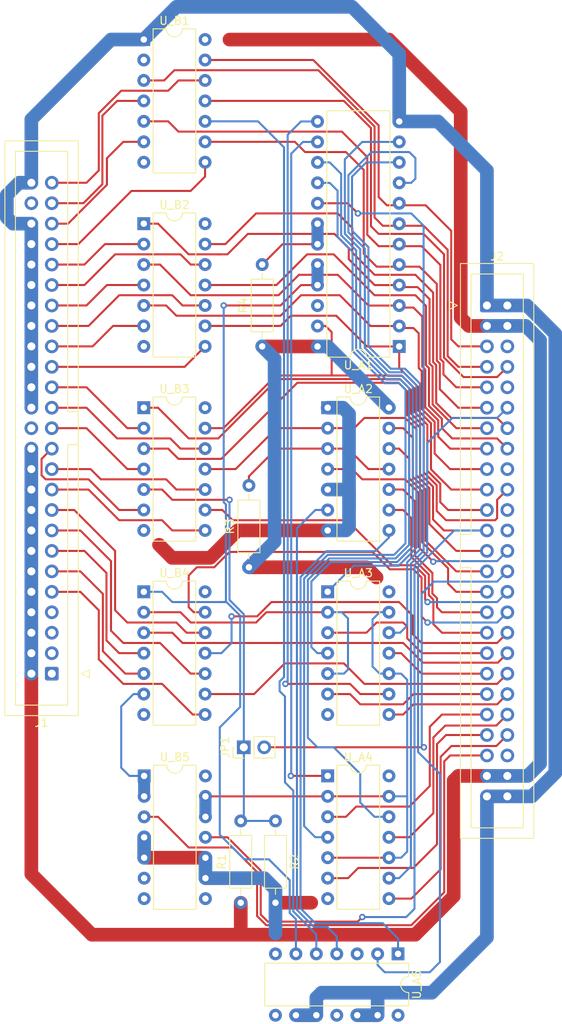
<source format=kicad_pcb>
(kicad_pcb (version 20211014) (generator pcbnew)
  (layers (0 "F.Cu" signal) (31 "B.Cu" signal) (34 "B.Paste" user) (35 "F.Paste" user) (36 "B.SilkS" user "B.Silkscreen") (37 "F.SilkS" user "F.Silkscreen") (38 "B.Mask" user) (39 "F.Mask" user) (44 "Edge.Cuts" user))
  (net 0 "")
  (net 1 "Net-(R4-Pad2)")
  (net 2 "Net-(U_B3-Pad5)")
  (net 3 "Net-(U_A2-Pad11)")
  (net 4 "/Sys.~{A_{7}}")
  (net 5 "/Sys.~{A_{6}}")
  (net 6 "/Sys.~{A_{5}}")
  (net 7 "/Sys.~{A_{4}}")
  (net 8 "/Sys.~{A_{3}}")
  (net 9 "/Sys.~{A_{2}}")
  (net 10 "/Sys.~{A_{1}}")
  (net 11 "/Sys.~{A_{0}}")
  (net 12 "Net-(U_A1-Pad9)")
  (net 13 "Net-(U_A1-Pad10)")
  (net 14 "Net-(U_A1-Pad11)")
  (net 15 "Net-(U_A1-Pad13)")
  (net 16 "Net-(U_A1-Pad14)")
  (net 17 "Net-(U_A1-Pad15)")
  (net 18 "Net-(U_A1-Pad16)")
  (net 19 "Net-(U_A1-Pad17)")
  (net 20 "Net-(U_A1-Pad20)")
  (net 21 "/Sys.~{A_{8}}")
  (net 22 "Net-(U_A3-Pad10)")
  (net 23 "/Sys.~{D_{0}}")
  (net 24 "/Sys.~{D_{2}}")
  (net 25 "/Sys.~{D_{3}}")
  (net 26 "/Sys.~{D_{1}}")
  (net 27 "/Sys.~{D_{4}}")
  (net 28 "/Sys.~{D_{6}}")
  (net 29 "/Sys.~{D_{7}}")
  (net 30 "/Sys.~{D_{5}}")
  (net 31 "Net-(U_A2-Pad8)")
  (net 32 "/Sys.~{A_{9}}")
  (net 33 "Net-(U_A2-Pad6)")
  (net 34 "Net-(U_A5-Pad5)")
  (net 37 "/A1")
  (net 38 "/A2")
  (net 39 "/A3")
  (net 40 "/Sys.~{RDIN}")
  (net 41 "/A0")
  (net 42 "/A4")
  (net 43 "/A5")
  (net 44 "/A6")
  (net 45 "/A7")
  (net 46 "/A12")
  (net 47 "/Sys.~{RA_{12}}")
  (net 48 "/A14")
  (net 49 "/Sys.~{RA_{11}}")
  (net 50 "/Sys.~{RA_{13}}")
  (net 51 "/A13")
  (net 52 "/A9")
  (net 53 "/A15")
  (net 54 "/CL0")
  (net 55 "/Sys.~{CPL_{0}}")
  (net 56 "/A10")
  (net 57 "/Sys.~{A_{10}}")
  (net 58 "/A8")
  (net 59 "/Sys.~{CPL_{3}}")
  (net 60 "/CL2")
  (net 61 "/~{ResetOut}")
  (net 62 "Net-(U_B4-Pad6)")
  (net 63 "/A11")
  (net 64 "/CL3")
  (net 65 "/Sys.~{CPL_{2}}")
  (net 66 "/CL1")
  (net 67 "/Sys.~{CPL_{1}}")
  (net 68 "/Sys.Reset")
  (net 71 "/Sys.~{DRDY}")
  (net 80 "/Sys.~{RA_{14}}")
  (net 84 "/Sys.~{PA_{11}}")
  (net 85 "/Sys.~{PA_{12}}")
  (net 86 "/Sys.~{RA_{15}}")
  (net 87 "/Sys.~{PA_{13}}")
  (net 88 "/Sys.~{PA_{14}}")
  (net 89 "/Sys.~{CA_{15}}")
  (net 91 "Gnd")
  (net 92 "Vcc")
  (footprint "Package_DIP:DIP-14_W7.62mm" (layer "F.Cu") (at 133.36 109.215)
    (fp_text reference "U_A3")
    (fp_text value "74LS38")
  )
  (footprint "Connector_IDC:IDC-Header_2x25_P2.54mm_Vertical" (layer "F.Cu") (at 99.06 119.38 180)
    (fp_text reference "J1")
    (fp_text value "Front panel")
  )
  (footprint "Package_DIP:DIP-14_W7.62mm" (layer "F.Cu") (at 110.545 132.08)
    (fp_text reference "U_B5")
    (fp_text value "74LS38")
  )
  (footprint "Resistor_THT:R_Axial_DIN0207_L6.3mm_D2.5mm_P10.16mm_Horizontal" (layer "F.Cu") (at 126.873 137.668 -90)
    (fp_text reference "R2")
    (fp_text value "330")
  )
  (footprint "Resistor_THT:R_Axial_DIN0207_L6.3mm_D2.5mm_P10.16mm_Horizontal" (layer "F.Cu") (at 123.571 106.172 90)
    (fp_text reference "R3")
    (fp_text value "1K")
  )
  (footprint "Package_DIP:DIP-14_W7.62mm" (layer "F.Cu") (at 110.5 40.635)
    (fp_text reference "U_B1")
    (fp_text value "74LS04")
  )
  (footprint "Resistor_THT:R_Axial_DIN0207_L6.3mm_D2.5mm_P10.16mm_Horizontal" (layer "F.Cu") (at 122.555 147.828 90)
    (fp_text reference "R1")
    (fp_text value "220")
  )
  (footprint "Package_DIP:DIP-14_W7.62mm" (layer "F.Cu") (at 110.5 109.215)
    (fp_text reference "U_B4")
    (fp_text value "74LS04")
  )
  (footprint "Package_DIP:DIP-24_W10.16mm" (layer "F.Cu") (at 142.26 78.75 180)
    (fp_text reference "U_A1")
    (fp_text value "3604")
  )
  (footprint "Connector_PinHeader_2.54mm:PinHeader_1x02_P2.54mm_Vertical" (layer "F.Cu") (at 122.931 128.524 90)
    (fp_text reference "JP1")
    (fp_text value "Experimental")
  )
  (footprint "Package_DIP:DIP-14_W7.62mm" (layer "F.Cu") (at 110.5 86.355)
    (fp_text reference "U_B3")
    (fp_text value "74LS04")
  )
  (footprint "Package_DIP:DIP-14_W7.62mm" (layer "F.Cu") (at 110.5 63.5)
    (fp_text reference "U_B2")
    (fp_text value "74LS04")
  )
  (footprint "Connector_IDC:IDC-Header_2x25_P2.54mm_Vertical" (layer "F.Cu") (at 153.162 73.66)
    (fp_text reference "J2")
    (fp_text value "System bus")
  )
  (footprint "Package_DIP:DIP-14_W7.62mm" (layer "F.Cu") (at 142.113 154.178 -90)
    (fp_text reference "U_A5")
    (fp_text value "74LS20")
  )
  (footprint "Resistor_THT:R_Axial_DIN0207_L6.3mm_D2.5mm_P10.16mm_Horizontal" (layer "F.Cu") (at 125.222 78.74 90)
    (fp_text reference "R4")
    (fp_text value "1K")
  )
  (footprint "Package_DIP:DIP-14_W7.62mm" (layer "F.Cu") (at 133.36 86.355)
    (fp_text reference "U_A2")
    (fp_text value "7425")
  )
  (footprint "Package_DIP:DIP-14_W7.62mm" (layer "F.Cu") (at 133.36 132.075)
    (fp_text reference "U_A4")
    (fp_text value "74LS38")
  )
  (segment (start 127.752 66.05) (end 125.222 68.58) (width 0.25) (layer "F.Cu") (net 1))
  (segment (start 132.1 66.05) (end 127.752 66.05) (width 0.25) (layer "F.Cu") (net 1))
  (segment (start 132.1 63.51) (end 132.1 66.05) (width 1.5) (layer "B.Cu") (net 1))
  (segment (start 112.771 96.515) (end 110.5 96.515) (width 0.25) (layer "F.Cu") (net 2))
  (segment (start 114.046 97.79) (end 112.771 96.515) (width 0.25) (layer "F.Cu") (net 2))
  (segment (start 121.158 97.79) (end 114.046 97.79) (width 0.25) (layer "F.Cu") (net 2))
  (via (at 121.158 97.79) (size 0.8) (drill 0.4) (layers "F.Cu" "B.Cu") (net 2))
  (segment (start 122.936 112.001903) (end 122.936 128.519) (width 0.25) (layer "B.Cu") (net 2))
  (segment (start 126.873 137.668) (end 122.555 137.668) (width 0.25) (layer "B.Cu") (net 2))
  (segment (start 122.555 137.668) (end 122.936 137.287) (width 0.25) (layer "B.Cu") (net 2))
  (segment (start 121.158 97.79) (end 121.158 110.223903) (width 0.25) (layer "B.Cu") (net 2))
  (segment (start 122.936 128.529) (end 122.931 128.524) (width 0.25) (layer "B.Cu") (net 2))
  (segment (start 122.936 137.287) (end 122.936 128.529) (width 0.25) (layer "B.Cu") (net 2))
  (segment (start 121.158 110.223903) (end 122.936 112.001903) (width 0.25) (layer "B.Cu") (net 2))
  (segment (start 122.936 128.519) (end 122.931 128.524) (width 0.25) (layer "B.Cu") (net 2))
  (segment (start 127.005 91.435) (end 123.571 94.869) (width 0.25) (layer "F.Cu") (net 3))
  (segment (start 135.885 91.435) (end 138.425 93.975) (width 0.25) (layer "F.Cu") (net 3))
  (segment (start 133.36 91.435) (end 127.005 91.435) (width 0.25) (layer "F.Cu") (net 3))
  (segment (start 133.36 91.435) (end 135.885 91.435) (width 0.25) (layer "F.Cu") (net 3))
  (segment (start 123.571 94.869) (end 123.571 96.012) (width 0.25) (layer "F.Cu") (net 3))
  (segment (start 138.425 93.975) (end 140.98 93.975) (width 0.25) (layer "F.Cu") (net 3))
  (segment (start 146.21 88.292416) (end 146.21 94.003228) (width 0.25) (layer "F.Cu") (net 4))
  (segment (start 128.778 74.93) (end 134.428802 74.93) (width 0.25) (layer "F.Cu") (net 4))
  (segment (start 127.508 76.2) (end 128.778 74.93) (width 0.25) (layer "F.Cu") (net 4))
  (segment (start 138.248802 78.75) (end 142.26 78.75) (width 0.25) (layer "F.Cu") (net 4))
  (segment (start 142.26 78.75) (end 142.26 81.425604) (width 0.25) (layer "F.Cu") (net 4))
  (segment (start 144.606 83.771604) (end 144.606 86.688416) (width 0.25) (layer "F.Cu") (net 4))
  (segment (start 144.606 86.688416) (end 146.21 88.292416) (width 0.25) (layer "F.Cu") (net 4))
  (segment (start 134.428802 74.93) (end 138.248802 78.75) (width 0.25) (layer "F.Cu") (net 4))
  (segment (start 146.21 94.003228) (end 148.726772 96.52) (width 0.25) (layer "F.Cu") (net 4))
  (segment (start 148.726772 96.52) (end 153.162 96.52) (width 0.25) (layer "F.Cu") (net 4))
  (segment (start 118.12 76.2) (end 127.508 76.2) (width 0.25) (layer "F.Cu") (net 4))
  (segment (start 142.26 81.425604) (end 144.606 83.771604) (width 0.25) (layer "F.Cu") (net 4))
  (segment (start 130.048 72.39) (end 127.508 74.93) (width 0.25) (layer "F.Cu") (net 5))
  (segment (start 127.508 74.93) (end 114.554 74.93) (width 0.25) (layer "F.Cu") (net 5))
  (segment (start 146.66 88.10602) (end 146.66 92.05) (width 0.25) (layer "F.Cu") (net 5))
  (segment (start 144.678 81.432) (end 145.056 81.81) (width 0.25) (layer "F.Cu") (net 5))
  (segment (start 134.874 72.39) (end 130.048 72.39) (width 0.25) (layer "F.Cu") (net 5))
  (segment (start 113.284 73.66) (end 110.5 73.66) (width 0.25) (layer "F.Cu") (net 5))
  (segment (start 148.59 93.98) (end 153.162 93.98) (width 0.25) (layer "F.Cu") (net 5))
  (segment (start 146.66 92.05) (end 148.59 93.98) (width 0.25) (layer "F.Cu") (net 5))
  (segment (start 142.26 76.459) (end 144.023 76.459) (width 0.25) (layer "F.Cu") (net 5))
  (segment (start 145.056 86.50202) (end 146.66 88.10602) (width 0.25) (layer "F.Cu") (net 5))
  (segment (start 114.554 74.93) (end 113.284 73.66) (width 0.25) (layer "F.Cu") (net 5))
  (segment (start 144.678 77.114) (end 144.678 81.432) (width 0.25) (layer "F.Cu") (net 5))
  (segment (start 145.056 81.81) (end 145.056 86.50202) (width 0.25) (layer "F.Cu") (net 5))
  (segment (start 142.26 76.21) (end 138.694 76.21) (width 0.25) (layer "F.Cu") (net 5))
  (segment (start 144.023 76.459) (end 144.678 77.114) (width 0.25) (layer "F.Cu") (net 5))
  (segment (start 138.694 76.21) (end 134.874 72.39) (width 0.25) (layer "F.Cu") (net 5))
  (segment (start 142.26 73.67) (end 138.44 73.67) (width 0.25) (layer "F.Cu") (net 6))
  (segment (start 147.11 87.919624) (end 147.11 89.96) (width 0.25) (layer "F.Cu") (net 6))
  (segment (start 142.26 73.919) (end 144.023 73.919) (width 0.25) (layer "F.Cu") (net 6))
  (segment (start 116.332 72.39) (end 112.522 68.58) (width 0.25) (layer "F.Cu") (net 6))
  (segment (start 145.128 81.245604) (end 145.506 81.623604) (width 0.25) (layer "F.Cu") (net 6))
  (segment (start 129.794 69.85) (end 127.254 72.39) (width 0.25) (layer "F.Cu") (net 6))
  (segment (start 144.023 73.919) (end 145.128 75.024) (width 0.25) (layer "F.Cu") (net 6))
  (segment (start 134.62 69.85) (end 129.794 69.85) (width 0.25) (layer "F.Cu") (net 6))
  (segment (start 145.506 81.623604) (end 145.506 86.315624) (width 0.25) (layer "F.Cu") (net 6))
  (segment (start 145.128 75.024) (end 145.128 81.245604) (width 0.25) (layer "F.Cu") (net 6))
  (segment (start 148.59 91.44) (end 153.162 91.44) (width 0.25) (layer "F.Cu") (net 6))
  (segment (start 145.506 86.315624) (end 147.11 87.919624) (width 0.25) (layer "F.Cu") (net 6))
  (segment (start 127.254 72.39) (end 116.332 72.39) (width 0.25) (layer "F.Cu") (net 6))
  (segment (start 138.44 73.67) (end 134.62 69.85) (width 0.25) (layer "F.Cu") (net 6))
  (segment (start 112.522 68.58) (end 110.5 68.58) (width 0.25) (layer "F.Cu") (net 6))
  (segment (start 147.11 89.96) (end 148.59 91.44) (width 0.25) (layer "F.Cu") (net 6))
  (segment (start 110.5 63.5) (end 112.268 63.5) (width 0.25) (layer "F.Cu") (net 7))
  (segment (start 139.202 71.13) (end 136.271 68.199) (width 0.25) (layer "F.Cu") (net 7))
  (segment (start 142.26 71.13) (end 139.202 71.13) (width 0.25) (layer "F.Cu") (net 7))
  (segment (start 134.206 64.77) (end 123.444 64.77) (width 0.25) (layer "F.Cu") (net 7))
  (segment (start 136.271 68.199) (end 135.984 67.912) (width 0.25) (layer "F.Cu") (net 7))
  (segment (start 119.634 67.31) (end 120.142 67.31) (width 0.25) (layer "F.Cu") (net 7))
  (segment (start 149.363168 88.9) (end 153.162 88.9) (width 0.25) (layer "F.Cu") (net 7))
  (segment (start 120.904 67.31) (end 119.634 67.31) (width 0.25) (layer "F.Cu") (net 7))
  (segment (start 123.444 64.77) (end 120.904 67.31) (width 0.25) (layer "F.Cu") (net 7))
  (segment (start 146.406 81.250812) (end 146.406 85.942832) (width 0.25) (layer "F.Cu") (net 7))
  (segment (start 112.268 63.5) (end 116.078 67.31) (width 0.25) (layer "F.Cu") (net 7))
  (segment (start 142.26 71.379) (end 144.531 71.379) (width 0.25) (layer "F.Cu") (net 7))
  (segment (start 146.028 80.872812) (end 146.406 81.250812) (width 0.25) (layer "F.Cu") (net 7))
  (segment (start 135.984 66.548) (end 134.206 64.77) (width 0.25) (layer "F.Cu") (net 7))
  (segment (start 116.078 67.31) (end 119.634 67.31) (width 0.25) (layer "F.Cu") (net 7))
  (segment (start 135.984 67.912) (end 135.984 66.548) (width 0.25) (layer "F.Cu") (net 7))
  (segment (start 144.531 71.379) (end 146.028 72.876) (width 0.25) (layer "F.Cu") (net 7))
  (segment (start 146.406 85.942832) (end 149.363168 88.9) (width 0.25) (layer "F.Cu") (net 7))
  (segment (start 146.028 72.876) (end 146.028 80.872812) (width 0.25) (layer "F.Cu") (net 7))
  (segment (start 135.636 54.61) (end 137.842 56.816) (width 0.25) (layer "F.Cu") (net 8))
  (segment (start 137.842 56.816) (end 137.842 67.23) (width 0.25) (layer "F.Cu") (net 8))
  (segment (start 118.12 53.335) (end 129.281 53.335) (width 0.25) (layer "F.Cu") (net 8))
  (segment (start 139.451 68.839) (end 144.785 68.839) (width 0.25) (layer "F.Cu") (net 8))
  (segment (start 147.306 80.87802) (end 147.306 84.06) (width 0.25) (layer "F.Cu") (net 8))
  (segment (start 146.928 70.982) (end 146.928 80.50002) (width 0.25) (layer "F.Cu") (net 8))
  (segment (start 146.928 80.50002) (end 147.306 80.87802) (width 0.25) (layer "F.Cu") (net 8))
  (segment (start 130.556 54.61) (end 135.636 54.61) (width 0.25) (layer "F.Cu") (net 8))
  (segment (start 144.785 68.839) (end 146.928 70.982) (width 0.25) (layer "F.Cu") (net 8))
  (segment (start 137.842 67.23) (end 139.451 68.839) (width 0.25) (layer "F.Cu") (net 8))
  (segment (start 149.606 86.36) (end 153.162 86.36) (width 0.25) (layer "F.Cu") (net 8))
  (segment (start 147.306 84.06) (end 149.606 86.36) (width 0.25) (layer "F.Cu") (net 8))
  (segment (start 129.281 53.335) (end 130.556 54.61) (width 0.25) (layer "F.Cu") (net 8))
  (segment (start 149.352 83.82) (end 153.162 83.82) (width 0.25) (layer "F.Cu") (net 9))
  (segment (start 110.5 50.795) (end 113.533 50.795) (width 0.25) (layer "F.Cu") (net 9))
  (segment (start 138.292 55.234) (end 138.292 64.886) (width 0.25) (layer "F.Cu") (net 9))
  (segment (start 138.292 64.886) (end 139.705 66.299) (width 0.25) (layer "F.Cu") (net 9))
  (segment (start 147.756 82.224) (end 149.352 83.82) (width 0.25) (layer "F.Cu") (net 9))
  (segment (start 147.378 80.313624) (end 147.756 80.691624) (width 0.25) (layer "F.Cu") (net 9))
  (segment (start 135.128 52.07) (end 138.292 55.234) (width 0.25) (layer "F.Cu") (net 9))
  (segment (start 139.705 66.299) (end 145.039 66.299) (width 0.25) (layer "F.Cu") (net 9))
  (segment (start 113.533 50.795) (end 114.808 52.07) (width 0.25) (layer "F.Cu") (net 9))
  (segment (start 145.039 66.299) (end 147.378 68.638) (width 0.25) (layer "F.Cu") (net 9))
  (segment (start 147.756 80.691624) (end 147.756 82.224) (width 0.25) (layer "F.Cu") (net 9))
  (segment (start 114.808 52.07) (end 135.128 52.07) (width 0.25) (layer "F.Cu") (net 9))
  (segment (start 147.378 68.638) (end 147.378 80.313624) (width 0.25) (layer "F.Cu") (net 9))
  (segment (start 140.213 63.759) (end 145.293 63.759) (width 0.25) (layer "F.Cu") (net 10))
  (segment (start 139.192 51.436396) (end 139.192 62.738) (width 0.25) (layer "F.Cu") (net 10))
  (segment (start 132.205604 44.45) (end 139.192 51.436396) (width 0.25) (layer "F.Cu") (net 10))
  (segment (start 114.3 44.45) (end 132.205604 44.45) (width 0.25) (layer "F.Cu") (net 10))
  (segment (start 149.617168 81.28) (end 153.162 81.28) (width 0.25) (layer "F.Cu") (net 10))
  (segment (start 113.035 45.715) (end 114.3 44.45) (width 0.25) (layer "F.Cu") (net 10))
  (segment (start 110.5 45.715) (end 113.035 45.715) (width 0.25) (layer "F.Cu") (net 10))
  (segment (start 148.278 66.744) (end 148.278 79.940832) (width 0.25) (layer "F.Cu") (net 10))
  (segment (start 145.293 63.759) (end 148.278 66.744) (width 0.25) (layer "F.Cu") (net 10))
  (segment (start 148.278 79.940832) (end 149.617168 81.28) (width 0.25) (layer "F.Cu") (net 10))
  (segment (start 139.192 62.738) (end 140.213 63.759) (width 0.25) (layer "F.Cu") (net 10))
  (segment (start 148.728 64.4) (end 148.728 77.862) (width 0.25) (layer "F.Cu") (net 11))
  (segment (start 139.7 51.308) (end 139.7 60.198) (width 0.25) (layer "F.Cu") (net 11))
  (segment (start 149.606 78.74) (end 153.162 78.74) (width 0.25) (layer "F.Cu") (net 11))
  (segment (start 145.547 61.219) (end 148.728 64.4) (width 0.25) (layer "F.Cu") (net 11))
  (segment (start 139.7 60.198) (end 140.721 61.219) (width 0.25) (layer "F.Cu") (net 11))
  (segment (start 148.728 77.862) (end 149.606 78.74) (width 0.25) (layer "F.Cu") (net 11))
  (segment (start 131.567 43.175) (end 139.7 51.308) (width 0.25) (layer "F.Cu") (net 11))
  (segment (start 118.12 43.175) (end 131.567 43.175) (width 0.25) (layer "F.Cu") (net 11))
  (segment (start 140.721 61.219) (end 145.547 61.219) (width 0.25) (layer "F.Cu") (net 11))
  (segment (start 141.015604 81.962) (end 137.98 78.926396) (width 0.25) (layer "B.Cu") (net 12))
  (segment (start 144.272 55.372) (end 144.272 57.912) (width 0.25) (layer "B.Cu") (net 12))
  (segment (start 143.754 58.43) (end 142.26 58.43) (width 0.25) (layer "B.Cu") (net 12))
  (segment (start 144.388 83.550812) (end 142.799188 81.962) (width 0.25) (layer "B.Cu") (net 12))
  (segment (start 143.51 54.61) (end 144.272 55.372) (width 0.25) (layer "B.Cu") (net 12))
  (segment (start 138.809604 54.61) (end 143.51 54.61) (width 0.25) (layer "B.Cu") (net 12))
  (segment (start 143.742 104.410416) (end 144.388 103.764416) (width 0.25) (layer "B.Cu") (net 12))
  (segment (start 142.799188 81.962) (end 141.015604 81.962) (width 0.25) (layer "B.Cu") (net 12))
  (segment (start 136.599 105.976) (end 142.182 105.976) (width 0.25) (layer "B.Cu") (net 12))
  (segment (start 137.98 66.603208) (end 135.9425 64.565708) (width 0.25) (layer "B.Cu") (net 12))
  (segment (start 143.742 104.416) (end 143.742 104.410416) (width 0.25) (layer "B.Cu") (net 12))
  (segment (start 135.9425 57.477104) (end 138.809604 54.61) (width 0.25) (layer "B.Cu") (net 12))
  (segment (start 133.36 109.215) (end 136.599 105.976) (width 0.25) (layer "B.Cu") (net 12))
  (segment (start 144.272 57.912) (end 143.754 58.43) (width 0.25) (layer "B.Cu") (net 12))
  (segment (start 135.9425 64.565708) (end 135.9425 57.477104) (width 0.25) (layer "B.Cu") (net 12))
  (segment (start 142.182 105.976) (end 143.742 104.416) (width 0.25) (layer "B.Cu") (net 12))
  (segment (start 137.98 78.926396) (end 137.98 66.603208) (width 0.25) (layer "B.Cu") (net 12))
  (segment (start 144.388 103.764416) (end 144.388 83.550812) (width 0.25) (layer "B.Cu") (net 12))
  (segment (start 138.166 55.89) (end 142.26 55.89) (width 0.25) (layer "B.Cu") (net 13))
  (segment (start 144.838 83.364416) (end 142.985584 81.512) (width 0.25) (layer "B.Cu") (net 13))
  (segment (start 142.372 114.295) (end 143.256 113.411) (width 0.25) (layer "B.Cu") (net 13))
  (segment (start 142.985584 81.512) (end 141.202 81.512) (width 0.25) (layer "B.Cu") (net 13))
  (segment (start 140.98 114.295) (end 142.372 114.295) (width 0.25) (layer "B.Cu") (net 13))
  (segment (start 143.256 113.411) (end 143.256 105.538396) (width 0.25) (layer "B.Cu") (net 13))
  (segment (start 138.43 66.416812) (end 136.3925 64.379312) (width 0.25) (layer "B.Cu") (net 13))
  (segment (start 136.3925 57.6635) (end 138.166 55.89) (width 0.25) (layer "B.Cu") (net 13))
  (segment (start 136.3925 64.379312) (end 136.3925 57.6635) (width 0.25) (layer "B.Cu") (net 13))
  (segment (start 144.838 103.950812) (end 144.838 83.364416) (width 0.25) (layer "B.Cu") (net 13))
  (segment (start 141.202 81.512) (end 138.43 78.74) (width 0.25) (layer "B.Cu") (net 13))
  (segment (start 144.192 104.596812) (end 144.838 103.950812) (width 0.25) (layer "B.Cu") (net 13))
  (segment (start 144.192 104.602396) (end 144.192 104.596812) (width 0.25) (layer "B.Cu") (net 13))
  (segment (start 143.256 105.538396) (end 144.192 104.602396) (width 0.25) (layer "B.Cu") (net 13))
  (segment (start 138.43 78.74) (end 138.43 66.416812) (width 0.25) (layer "B.Cu") (net 13))
  (segment (start 141.995604 105.526) (end 142.556802 104.964802) (width 0.25) (layer "B.Cu") (net 14))
  (segment (start 142.612792 82.412) (end 140.829208 82.412) (width 0.25) (layer "B.Cu") (net 14))
  (segment (start 142.556802 104.964802) (end 142.556802 104.959218) (width 0.25) (layer "B.Cu") (net 14))
  (segment (start 143.938 103.57802) (end 143.938 83.737208) (width 0.25) (layer "B.Cu") (net 14))
  (segment (start 137.414 78.996792) (end 137.414 66.673604) (width 0.25) (layer "B.Cu") (net 14))
  (segment (start 132.0825 116.835) (end 131.34 116.0925) (width 0.25) (layer "B.Cu") (net 14))
  (segment (start 131.34 107.930792) (end 133.744792 105.526) (width 0.25) (layer "B.Cu") (net 14))
  (segment (start 133.36 116.835) (end 132.0825 116.835) (width 0.25) (layer "B.Cu") (net 14))
  (segment (start 143.938 83.737208) (end 142.612792 82.412) (width 0.25) (layer "B.Cu") (net 14))
  (segment (start 142.556802 104.959218) (end 143.938 103.57802) (width 0.25) (layer "B.Cu") (net 14))
  (segment (start 135.4925 64.752104) (end 135.4925 55.5155) (width 0.25) (layer "B.Cu") (net 14))
  (segment (start 140.829208 82.412) (end 137.414 78.996792) (width 0.25) (layer "B.Cu") (net 14))
  (segment (start 133.744792 105.526) (end 141.995604 105.526) (width 0.25) (layer "B.Cu") (net 14))
  (segment (start 137.658 53.35) (end 142.26 53.35) (width 0.25) (layer "B.Cu") (net 14))
  (segment (start 135.4925 55.5155) (end 137.658 53.35) (width 0.25) (layer "B.Cu") (net 14))
  (segment (start 131.34 116.0925) (end 131.34 107.930792) (width 0.25) (layer "B.Cu") (net 14))
  (segment (start 137.414 66.673604) (end 135.4925 64.752104) (width 0.25) (layer "B.Cu") (net 14))
  (segment (start 137.409 121.915) (end 140.98 121.915) (width 0.25) (layer "F.Cu") (net 15))
  (segment (start 128.1115 120.65) (end 136.144 120.65) (width 0.25) (layer "F.Cu") (net 15))
  (segment (start 136.144 120.65) (end 137.409 121.915) (width 0.25) (layer "F.Cu") (net 15))
  (via (at 128.1115 120.65) (size 0.8) (drill 0.4) (layers "F.Cu" "B.Cu") (net 15))
  (segment (start 128.386 52.462) (end 130.038 50.81) (width 0.25) (layer "B.Cu") (net 15))
  (segment (start 128.1115 120.65) (end 128.386 120.3755) (width 0.25) (layer "B.Cu") (net 15))
  (segment (start 130.038 50.81) (end 132.1 50.81) (width 0.25) (layer "B.Cu") (net 15))
  (segment (start 128.386 120.3755) (end 128.386 52.462) (width 0.25) (layer "B.Cu") (net 15))
  (segment (start 128.778 132.08) (end 128.783 132.075) (width 0.25) (layer "F.Cu") (net 16))
  (segment (start 128.783 132.075) (end 133.36 132.075) (width 0.25) (layer "F.Cu") (net 16))
  (via (at 128.778 132.08) (size 0.8) (drill 0.4) (layers "F.Cu" "B.Cu") (net 16))
  (segment (start 130.292 53.35) (end 128.836 54.806) (width 0.25) (layer "B.Cu") (net 16))
  (segment (start 128.836 132.022) (end 128.778 132.08) (width 0.25) (layer "B.Cu") (net 16))
  (segment (start 132.1 53.35) (end 130.292 53.35) (width 0.25) (layer "B.Cu") (net 16))
  (segment (start 128.836 54.806) (end 128.836 132.022) (width 0.25) (layer "B.Cu") (net 16))
  (segment (start 137.414 135.382) (end 137.414 131.826) (width 0.25) (layer "B.Cu") (net 17))
  (segment (start 132.08 128.524) (end 130.89 127.334) (width 0.25) (layer "B.Cu") (net 17))
  (segment (start 133.614 55.89) (end 132.1 55.89) (width 0.25) (layer "B.Cu") (net 17))
  (segment (start 134.112 128.524) (end 132.08 128.524) (width 0.25) (layer "B.Cu") (net 17))
  (segment (start 130.89 127.334) (end 130.89 107.744396) (width 0.25) (layer "B.Cu") (net 17))
  (segment (start 139.187 137.155) (end 137.414 135.382) (width 0.25) (layer "B.Cu") (net 17))
  (segment (start 143.488 83.923604) (end 142.426396 82.862) (width 0.25) (layer "B.Cu") (net 17))
  (segment (start 143.488 103.391624) (end 143.488 83.923604) (width 0.25) (layer "B.Cu") (net 17))
  (segment (start 142.106802 104.778406) (end 142.106802 104.772822) (width 0.25) (layer "B.Cu") (net 17))
  (segment (start 141.809208 105.076) (end 142.106802 104.778406) (width 0.25) (layer "B.Cu") (net 17))
  (segment (start 136.906 66.802) (end 135.0425 64.9385) (width 0.25) (layer "B.Cu") (net 17))
  (segment (start 142.106802 104.772822) (end 143.488 103.391624) (width 0.25) (layer "B.Cu") (net 17))
  (segment (start 133.558396 105.076) (end 141.809208 105.076) (width 0.25) (layer "B.Cu") (net 17))
  (segment (start 130.89 107.744396) (end 133.558396 105.076) (width 0.25) (layer "B.Cu") (net 17))
  (segment (start 135.0425 57.3185) (end 133.614 55.89) (width 0.25) (layer "B.Cu") (net 17))
  (segment (start 135.0425 64.9385) (end 135.0425 57.3185) (width 0.25) (layer "B.Cu") (net 17))
  (segment (start 136.906 79.125188) (end 136.906 66.802) (width 0.25) (layer "B.Cu") (net 17))
  (segment (start 142.426396 82.862) (end 140.642812 82.862) (width 0.25) (layer "B.Cu") (net 17))
  (segment (start 140.642812 82.862) (end 136.906 79.125188) (width 0.25) (layer "B.Cu") (net 17))
  (segment (start 140.98 137.155) (end 139.187 137.155) (width 0.25) (layer "B.Cu") (net 17))
  (segment (start 137.414 131.826) (end 134.112 128.524) (width 0.25) (layer "B.Cu") (net 17))
  (segment (start 140.456416 83.312) (end 136.456 79.311584) (width 0.25) (layer "B.Cu") (net 18))
  (segment (start 133.36 139.695) (end 131.821 139.695) (width 0.25) (layer "B.Cu") (net 18))
  (segment (start 134.5925 59.4085) (end 133.614 58.43) (width 0.25) (layer "B.Cu") (net 18))
  (segment (start 130.44 107.558) (end 133.372 104.626) (width 0.25) (layer "B.Cu") (net 18))
  (segment (start 133.372 104.626) (end 141.617228 104.626) (width 0.25) (layer "B.Cu") (net 18))
  (segment (start 143.038 84.11) (end 142.24 83.312) (width 0.25) (layer "B.Cu") (net 18))
  (segment (start 130.44 138.314) (end 130.44 107.558) (width 0.25) (layer "B.Cu") (net 18))
  (segment (start 136.456 66.988396) (end 134.5925 65.124896) (width 0.25) (layer "B.Cu") (net 18))
  (segment (start 142.24 83.312) (end 140.456416 83.312) (width 0.25) (layer "B.Cu") (net 18))
  (segment (start 133.614 58.43) (end 132.1 58.43) (width 0.25) (layer "B.Cu") (net 18))
  (segment (start 131.821 139.695) (end 130.44 138.314) (width 0.25) (layer "B.Cu") (net 18))
  (segment (start 136.456 79.311584) (end 136.456 66.988396) (width 0.25) (layer "B.Cu") (net 18))
  (segment (start 141.617228 104.626) (end 143.038 103.205228) (width 0.25) (layer "B.Cu") (net 18))
  (segment (start 143.038 103.205228) (end 143.038 84.11) (width 0.25) (layer "B.Cu") (net 18))
  (segment (start 134.5925 65.124896) (end 134.5925 59.4085) (width 0.25) (layer "B.Cu") (net 18))
  (segment (start 137.1175 62.23) (end 135.8575 60.97) (width 0.25) (layer "F.Cu") (net 19))
  (segment (start 135.8575 60.97) (end 132.1 60.97) (width 0.25) (layer "F.Cu") (net 19))
  (via (at 137.1175 62.23) (size 0.8) (drill 0.4) (layers "F.Cu" "B.Cu") (net 19))
  (segment (start 144.642 104.788792) (end 143.706 105.724792) (width 0.25) (layer "B.Cu") (net 19))
  (segment (start 145.288 104.137208) (end 144.642 104.783208) (width 0.25) (layer "B.Cu") (net 19))
  (segment (start 137.1175 62.23) (end 143.764 62.23) (width 0.25) (layer "B.Cu") (net 19))
  (segment (start 143.706 105.724792) (end 143.706 143.314) (width 0.25) (layer "B.Cu") (net 19))
  (segment (start 144.642 104.783208) (end 144.642 104.788792) (width 0.25) (layer "B.Cu") (net 19))
  (segment (start 145.288 63.754) (end 145.288 104.137208) (width 0.25) (layer "B.Cu") (net 19))
  (segment (start 143.764 62.23) (end 145.288 63.754) (width 0.25) (layer "B.Cu") (net 19))
  (segment (start 142.245 144.775) (end 140.98 144.775) (width 0.25) (layer "B.Cu") (net 19))
  (segment (start 143.706 143.314) (end 142.245 144.775) (width 0.25) (layer "B.Cu") (net 19))
  (segment (start 120.4335 73.66) (end 127.508 73.66) (width 0.25) (layer "F.Cu") (net 20))
  (segment (start 127.508 73.66) (end 130.038 71.13) (width 0.25) (layer "F.Cu") (net 20))
  (segment (start 130.038 71.13) (end 132.1 71.13) (width 0.25) (layer "F.Cu") (net 20))
  (via (at 120.4335 73.66) (size 0.8) (drill 0.4) (layers "F.Cu" "B.Cu") (net 20))
  (segment (start 120.708 110.432) (end 120.65 110.49) (width 0.25) (layer "B.Cu") (net 20))
  (segment (start 120.65 110.49) (end 114.046 110.49) (width 0.25) (layer "B.Cu") (net 20))
  (segment (start 132.1 68.59) (end 132.1 71.13) (width 1.5) (layer "B.Cu") (net 20))
  (segment (start 122.486 123.511604) (end 122.486 112.188299) (width 0.25) (layer "B.Cu") (net 20))
  (segment (start 123.003604 142.436) (end 119.946 139.378396) (width 0.25) (layer "B.Cu") (net 20))
  (segment (start 128.64 149.091188) (end 128.64 145.024396) (width 0.25) (layer "B.Cu") (net 20))
  (segment (start 122.486 112.188299) (end 120.789097 110.491396) (width 0.25) (layer "B.Cu") (net 20))
  (segment (start 120.433 98.090305) (end 120.708 98.365305) (width 0.25) (layer "B.Cu") (net 20))
  (segment (start 120.708 98.365305) (end 120.708 110.432) (width 0.25) (layer "B.Cu") (net 20))
  (segment (start 120.789097 110.491396) (end 120.142 110.491396) (width 0.25) (layer "B.Cu") (net 20))
  (segment (start 120.4335 73.66) (end 120.433 73.6605) (width 0.25) (layer "B.Cu") (net 20))
  (segment (start 112.771 109.215) (end 110.5 109.215) (width 0.25) (layer "B.Cu") (net 20))
  (segment (start 129.413 154.178) (end 129.413 149.864188) (width 0.25) (layer "B.Cu") (net 20))
  (segment (start 119.946 139.378396) (end 119.946 126.051604) (width 0.25) (layer "B.Cu") (net 20))
  (segment (start 129.413 149.864188) (end 128.64 149.091188) (width 0.25) (layer "B.Cu") (net 20))
  (segment (start 126.051604 142.436) (end 123.003604 142.436) (width 0.25) (layer "B.Cu") (net 20))
  (segment (start 119.946 126.051604) (end 122.486 123.511604) (width 0.25) (layer "B.Cu") (net 20))
  (segment (start 114.046 110.49) (end 112.771 109.215) (width 0.25) (layer "B.Cu") (net 20))
  (segment (start 120.433 73.6605) (end 120.433 98.090305) (width 0.25) (layer "B.Cu") (net 20))
  (segment (start 128.64 145.024396) (end 126.051604 142.436) (width 0.25) (layer "B.Cu") (net 20))
  (segment (start 118.12 88.895) (end 120.401 88.895) (width 0.25) (layer "F.Cu") (net 21))
  (segment (start 120.401 88.895) (end 126.942 82.354) (width 0.25) (layer "F.Cu") (net 21))
  (segment (start 126.942 82.354) (end 142.552 82.354) (width 0.25) (layer "F.Cu") (net 21))
  (segment (start 133.106 76.21) (end 133.858 76.962) (width 0.25) (layer "F.Cu") (net 21))
  (segment (start 142.552 82.354) (end 144.156 83.958) (width 0.25) (layer "F.Cu") (net 21))
  (segment (start 145.76 88.478812) (end 145.76 94.189624) (width 0.25) (layer "F.Cu") (net 21))
  (segment (start 148.336 99.06) (end 153.162 99.06) (width 0.25) (layer "F.Cu") (net 21))
  (segment (start 133.858 76.962) (end 133.858 82.296) (width 0.25) (layer "F.Cu") (net 21))
  (segment (start 145.76 94.189624) (end 147.364 95.793624) (width 0.25) (layer "F.Cu") (net 21))
  (segment (start 144.156 86.874812) (end 145.76 88.478812) (width 0.25) (layer "F.Cu") (net 21))
  (segment (start 147.364 98.088) (end 148.336 99.06) (width 0.25) (layer "F.Cu") (net 21))
  (segment (start 144.156 83.958) (end 144.156 86.874812) (width 0.25) (layer "F.Cu") (net 21))
  (segment (start 147.364 95.793624) (end 147.364 98.088) (width 0.25) (layer "F.Cu") (net 21))
  (segment (start 132.1 76.21) (end 133.106 76.21) (width 0.25) (layer "F.Cu") (net 21))
  (segment (start 118.165 134.62) (end 133.355 134.62) (width 0.25) (layer "F.Cu") (net 22))
  (segment (start 115.057 111.755) (end 116.332 113.03) (width 0.25) (layer "F.Cu") (net 22))
  (segment (start 110.5 111.755) (end 115.057 111.755) (width 0.25) (layer "F.Cu") (net 22))
  (segment (start 125.737792 111.755) (end 133.36 111.755) (width 0.25) (layer "F.Cu") (net 22))
  (segment (start 133.36 134.615) (end 140.98 134.615) (width 0.25) (layer "F.Cu") (net 22))
  (segment (start 124.462792 113.03) (end 125.737792 111.755) (width 0.25) (layer "F.Cu") (net 22))
  (segment (start 133.36 111.755) (end 140.98 111.755) (width 0.25) (layer "F.Cu") (net 22))
  (segment (start 133.355 134.62) (end 133.36 134.615) (width 0.25) (layer "F.Cu") (net 22))
  (segment (start 116.332 113.03) (end 124.462792 113.03) (width 0.25) (layer "F.Cu") (net 22))
  (segment (start 133.36 142.235) (end 140.98 142.235) (width 0.25) (layer "F.Cu") (net 22))
  (segment (start 140.98 119.375) (end 139.822 119.375) (width 0.25) (layer "B.Cu") (net 22))
  (segment (start 143.256 134.62) (end 143.256 136.144) (width 0.25) (layer "B.Cu") (net 22))
  (segment (start 139.832 111.755) (end 140.98 111.755) (width 0.25) (layer "B.Cu") (net 22))
  (segment (start 135.89 112.522) (end 135.123 111.755) (width 0.25) (layer "B.Cu") (net 22))
  (segment (start 118.165 137.16) (end 118.165 134.62) (width 1.5) (layer "B.Cu") (net 22))
  (segment (start 143.256 141.478) (end 142.499 142.235) (width 0.25) (layer "B.Cu") (net 22))
  (segment (start 139.822 119.375) (end 138.938 118.491) (width 0.25) (layer "B.Cu") (net 22))
  (segment (start 142.489 119.375) (end 143.256 120.142) (width 0.25) (layer "B.Cu") (net 22))
  (segment (start 140.98 119.375) (end 142.489 119.375) (width 0.25) (layer "B.Cu") (net 22))
  (segment (start 133.36 119.375) (end 135.387 119.375) (width 0.25) (layer "B.Cu") (net 22))
  (segment (start 140.98 134.615) (end 143.251 134.615) (width 0.25) (layer "B.Cu") (net 22))
  (segment (start 143.251 134.615) (end 143.256 134.62) (width 0.25) (layer "B.Cu") (net 22))
  (segment (start 138.938 118.491) (end 138.938 112.649) (width 0.25) (layer "B.Cu") (net 22))
  (segment (start 135.387 119.375) (end 135.89 118.872) (width 0.25) (layer "B.Cu") (net 22))
  (segment (start 135.123 111.755) (end 133.36 111.755) (width 0.25) (layer "B.Cu") (net 22))
  (segment (start 142.499 142.235) (end 140.98 142.235) (width 0.25) (layer "B.Cu") (net 22))
  (segment (start 135.89 118.872) (end 135.89 112.522) (width 0.25) (layer "B.Cu") (net 22))
  (segment (start 138.938 112.649) (end 139.832 111.755) (width 0.25) (layer "B.Cu") (net 22))
  (segment (start 143.256 136.144) (end 143.256 141.478) (width 0.25) (layer "B.Cu") (net 22))
  (segment (start 143.256 120.142) (end 143.256 136.144) (width 0.25) (layer "B.Cu") (net 22))
  (segment (start 142.748 113.03) (end 139.446 113.03) (width 0.25) (layer "F.Cu") (net 23))
  (segment (start 138.181 114.295) (end 133.36 114.295) (width 0.25) (layer "F.Cu") (net 23))
  (segment (start 145.098198 116.84) (end 143.256 114.997802) (width 0.25) (layer "F.Cu") (net 23))
  (segment (start 153.162 116.84) (end 145.098198 116.84) (width 0.25) (layer "F.Cu") (net 23))
  (segment (start 139.446 113.03) (end 138.181 114.295) (width 0.25) (layer "F.Cu") (net 23))
  (segment (start 143.256 113.538) (end 142.748 113.03) (width 0.25) (layer "F.Cu") (net 23))
  (segment (start 143.256 114.997802) (end 143.256 113.538) (width 0.25) (layer "F.Cu") (net 23))
  (segment (start 144.018 121.92) (end 142.748 123.19) (width 0.25) (layer "F.Cu") (net 24))
  (segment (start 137.414 123.19) (end 136.139 121.915) (width 0.25) (layer "F.Cu") (net 24))
  (segment (start 142.748 123.19) (end 137.414 123.19) (width 0.25) (layer "F.Cu") (net 24))
  (segment (start 136.139 121.915) (end 133.36 121.915) (width 0.25) (layer "F.Cu") (net 24))
  (segment (start 153.162 121.92) (end 144.018 121.92) (width 0.25) (layer "F.Cu") (net 24))
  (segment (start 154.432 123.19) (end 155.702 121.92) (width 0.25) (layer "F.Cu") (net 25))
  (segment (start 140.98 124.455) (end 142.753 124.455) (width 0.25) (layer "F.Cu") (net 25))
  (segment (start 142.753 124.455) (end 144.018 123.19) (width 0.25) (layer "F.Cu") (net 25))
  (segment (start 144.018 123.19) (end 154.432 123.19) (width 0.25) (layer "F.Cu") (net 25))
  (segment (start 145.034 119.38) (end 153.162 119.38) (width 0.25) (layer "F.Cu") (net 26))
  (segment (start 140.98 116.835) (end 142.489 116.835) (width 0.25) (layer "F.Cu") (net 26))
  (segment (start 142.489 116.835) (end 145.034 119.38) (width 0.25) (layer "F.Cu") (net 26))
  (segment (start 135.641 137.155) (end 136.906 135.89) (width 0.25) (layer "F.Cu") (net 27))
  (segment (start 143.51 135.89) (end 146.0555 133.3445) (width 0.25) (layer "F.Cu") (net 27))
  (segment (start 146.0555 133.3445) (end 146.0555 125.9785) (width 0.25) (layer "F.Cu") (net 27))
  (segment (start 146.0555 125.9785) (end 147.574 124.46) (width 0.25) (layer "F.Cu") (net 27))
  (segment (start 133.36 137.155) (end 135.641 137.155) (width 0.25) (layer "F.Cu") (net 27))
  (segment (start 147.574 124.46) (end 153.162 124.46) (width 0.25) (layer "F.Cu") (net 27))
  (segment (start 136.906 135.89) (end 143.51 135.89) (width 0.25) (layer "F.Cu") (net 27))
  (segment (start 133.36 144.775) (end 135.895 144.775) (width 0.25) (layer "F.Cu") (net 28))
  (segment (start 146.9555 140.5725) (end 146.9555 128.1265) (width 0.25) (layer "F.Cu") (net 28))
  (segment (start 146.9555 128.1265) (end 148.082 127) (width 0.25) (layer "F.Cu") (net 28))
  (segment (start 144.018 143.51) (end 146.9555 140.5725) (width 0.25) (layer "F.Cu") (net 28))
  (segment (start 135.895 144.775) (end 137.16 143.51) (width 0.25) (layer "F.Cu") (net 28))
  (segment (start 148.082 127) (end 153.162 127) (width 0.25) (layer "F.Cu") (net 28))
  (segment (start 137.16 143.51) (end 144.018 143.51) (width 0.25) (layer "F.Cu") (net 28))
  (segment (start 147.4055 129.7085) (end 147.4055 143.6785) (width 0.25) (layer "F.Cu") (net 29))
  (segment (start 154.337 128.365) (end 148.749 128.365) (width 0.25) (layer "F.Cu") (net 29))
  (segment (start 155.702 127) (end 154.337 128.365) (width 0.25) (layer "F.Cu") (net 29))
  (segment (start 143.769 147.315) (end 140.98 147.315) (width 0.25) (layer "F.Cu") (net 29))
  (segment (start 147.4055 143.6785) (end 143.769 147.315) (width 0.25) (layer "F.Cu") (net 29))
  (segment (start 148.749 128.365) (end 147.4055 129.7085) (width 0.25) (layer "F.Cu") (net 29))
  (segment (start 146.5055 127.3065) (end 146.5055 136.7045) (width 0.25) (layer "F.Cu") (net 30))
  (segment (start 146.5055 136.7045) (end 143.515 139.695) (width 0.25) (layer "F.Cu") (net 30))
  (segment (start 155.702 124.46) (end 154.337 125.825) (width 0.25) (layer "F.Cu") (net 30))
  (segment (start 154.337 125.825) (end 147.987 125.825) (width 0.25) (layer "F.Cu") (net 30))
  (segment (start 143.515 139.695) (end 140.98 139.695) (width 0.25) (layer "F.Cu") (net 30))
  (segment (start 147.987 125.825) (end 146.5055 127.3065) (width 0.25) (layer "F.Cu") (net 30))
  (segment (start 133.185604 104.176) (end 139.283 104.176) (width 0.25) (layer "B.Cu") (net 31))
  (segment (start 131.826 150.368) (end 129.99 148.532) (width 0.25) (layer "B.Cu") (net 31))
  (segment (start 140.208 150.368) (end 131.826 150.368) (width 0.25) (layer "B.Cu") (net 31))
  (segment (start 129.99 107.371604) (end 133.185604 104.176) (width 0.25) (layer "B.Cu") (net 31))
  (segment (start 142.113 152.273) (end 140.208 150.368) (width 0.25) (layer "B.Cu") (net 31))
  (segment (start 129.99 148.532) (end 129.99 107.371604) (width 0.25) (layer "B.Cu") (net 31))
  (segment (start 140.98 102.479) (end 140.98 101.595) (width 0.25) (layer "B.Cu") (net 31))
  (segment (start 139.283 104.176) (end 140.98 102.479) (width 0.25) (layer "B.Cu") (net 31))
  (segment (start 142.113 153.924) (end 142.113 152.273) (width 0.25) (layer "B.Cu") (net 31))
  (segment (start 146.464 96.166416) (end 146.464 100.236) (width 0.25) (layer "F.Cu") (net 32))
  (segment (start 114.808 92.71) (end 120.142 92.71) (width 0.25) (layer "F.Cu") (net 32))
  (segment (start 110.5 91.435) (end 113.533 91.435) (width 0.25) (layer "F.Cu") (net 32))
  (segment (start 113.533 91.435) (end 114.808 92.71) (width 0.25) (layer "F.Cu") (net 32))
  (segment (start 120.142 92.71) (end 129.598 83.254) (width 0.25) (layer "F.Cu") (net 32))
  (segment (start 143.256 87.247604) (end 144.86 88.851604) (width 0.25) (layer "F.Cu") (net 32))
  (segment (start 129.598 83.254) (end 142.179208 83.254) (width 0.25) (layer "F.Cu") (net 32))
  (segment (start 144.86 88.851604) (end 144.86 94.562416) (width 0.25) (layer "F.Cu") (net 32))
  (segment (start 144.86 94.562416) (end 146.464 96.166416) (width 0.25) (layer "F.Cu") (net 32))
  (segment (start 147.828 101.6) (end 153.162 101.6) (width 0.25) (layer "F.Cu") (net 32))
  (segment (start 143.256 84.330792) (end 143.256 87.247604) (width 0.25) (layer "F.Cu") (net 32))
  (segment (start 142.179208 83.254) (end 143.256 84.330792) (width 0.25) (layer "F.Cu") (net 32))
  (segment (start 146.464 100.236) (end 147.828 101.6) (width 0.25) (layer "F.Cu") (net 32))
  (segment (start 139.573 155.575) (end 140.462 156.464) (width 0.25) (layer "B.Cu") (net 32))
  (segment (start 147.32 155.194) (end 147.32 131.826) (width 0.25) (layer "B.Cu") (net 32))
  (segment (start 145.542 105.161584) (end 145.542 105.156) (width 0.25) (layer "B.Cu") (net 32))
  (segment (start 147.32 131.826) (end 144.606 129.112) (width 0.25) (layer "B.Cu") (net 32))
  (segment (start 144.606 106.097584) (end 145.542 105.161584) (width 0.25) (layer "B.Cu") (net 32))
  (segment (start 139.446 154.178) (end 139.573 154.178) (width 0.25) (layer "B.Cu") (net 32))
  (segment (start 145.542 105.156) (end 149.098 101.6) (width 0.25) (layer "B.Cu") (net 32))
  (segment (start 146.05 156.464) (end 147.32 155.194) (width 0.25) (layer "B.Cu") (net 32))
  (segment (start 149.098 101.6) (end 153.162 101.6) (width 0.25) (layer "B.Cu") (net 32))
  (segment (start 139.573 154.178) (end 139.573 155.575) (width 0.25) (layer "B.Cu") (net 32))
  (segment (start 140.462 156.464) (end 146.05 156.464) (width 0.25) (layer "B.Cu") (net 32))
  (segment (start 144.606 129.112) (end 144.606 106.097584) (width 0.25) (layer "B.Cu") (net 32))
  (segment (start 129.54 101.346) (end 131.831 99.055) (width 0.25) (layer "B.Cu") (net 33))
  (segment (start 133.292 150.818) (end 131.639604 150.818) (width 0.25) (layer "B.Cu") (net 33))
  (segment (start 131.639604 150.818) (end 129.54 148.718396) (width 0.25) (layer "B.Cu") (net 33))
  (segment (start 134.493 152.019) (end 133.292 150.818) (width 0.25) (layer "B.Cu") (net 33))
  (segment (start 131.831 99.055) (end 133.36 99.055) (width 0.25) (layer "B.Cu") (net 33))
  (segment (start 134.493 153.67) (end 134.493 152.019) (width 0.25) (layer "B.Cu") (net 33))
  (segment (start 129.54 148.718396) (end 129.54 101.346) (width 0.25) (layer "B.Cu") (net 33))
  (segment (start 131.953 151.767792) (end 129.09 148.904792) (width 0.25) (layer "B.Cu") (net 34))
  (segment (start 127.936 119.800195) (end 127.936 54.022) (width 0.25) (layer "B.Cu") (net 34))
  (segment (start 131.826 154.178) (end 131.953 154.051) (width 0.25) (layer "B.Cu") (net 34))
  (segment (start 128.053 132.879) (end 128.053 122.211) (width 0.25) (layer "B.Cu") (net 34))
  (segment (start 124.709 50.795) (end 118.12 50.795) (width 0.25) (layer "B.Cu") (net 34))
  (segment (start 131.953 154.051) (end 131.953 151.767792) (width 0.25) (layer "B.Cu") (net 34))
  (segment (start 127.3865 121.5445) (end 127.3865 120.349695) (width 0.25) (layer "B.Cu") (net 34))
  (segment (start 129.09 133.916) (end 128.053 132.879) (width 0.25) (layer "B.Cu") (net 34))
  (segment (start 127.936 54.022) (end 124.709 50.795) (width 0.25) (layer "B.Cu") (net 34))
  (segment (start 128.053 122.211) (end 127.3865 121.5445) (width 0.25) (layer "B.Cu") (net 34))
  (segment (start 129.09 148.904792) (end 129.09 133.916) (width 0.25) (layer "B.Cu") (net 34))
  (segment (start 127.3865 120.349695) (end 127.936 119.800195) (width 0.25) (layer "B.Cu") (net 34))
  (segment (start 105.352 58.603604) (end 105.352 50.096) (width 0.25) (layer "F.Cu") (net 37))
  (segment (start 99.06 60.96) (end 102.995604 60.96) (width 0.25) (layer "F.Cu") (net 37))
  (segment (start 107.193 48.255) (end 110.5 48.255) (width 0.25) (layer "F.Cu") (net 37))
  (segment (start 105.352 50.096) (end 107.193 48.255) (width 0.25) (layer "F.Cu") (net 37))
  (segment (start 102.995604 60.96) (end 105.352 58.603604) (width 0.25) (layer "F.Cu") (net 37))
  (segment (start 101.092 63.5) (end 105.918 58.674) (width 0.25) (layer "F.Cu") (net 38))
  (segment (start 99.06 63.5) (end 101.092 63.5) (width 0.25) (layer "F.Cu") (net 38))
  (segment (start 108.458 53.34) (end 108.463 53.335) (width 0.25) (layer "F.Cu") (net 38))
  (segment (start 107.95 53.34) (end 108.458 53.34) (width 0.25) (layer "F.Cu") (net 38))
  (segment (start 105.918 58.674) (end 105.918 55.372) (width 0.25) (layer "F.Cu") (net 38))
  (segment (start 105.918 55.372) (end 107.95 53.34) (width 0.25) (layer "F.Cu") (net 38))
  (segment (start 108.463 53.335) (end 110.5 53.335) (width 0.25) (layer "F.Cu") (net 38))
  (segment (start 118.12 57.648) (end 118.12 55.875) (width 0.25) (layer "F.Cu") (net 39))
  (segment (start 108.966 59.436) (end 116.332 59.436) (width 0.25) (layer "F.Cu") (net 39))
  (segment (start 99.06 66.04) (end 102.362 66.04) (width 0.25) (layer "F.Cu") (net 39))
  (segment (start 102.362 66.04) (end 108.966 59.436) (width 0.25) (layer "F.Cu") (net 39))
  (segment (start 116.332 59.436) (end 118.12 57.648) (width 0.25) (layer "F.Cu") (net 39))
  (segment (start 118.12 48.255) (end 135.374208 48.255) (width 0.25) (layer "F.Cu") (net 40))
  (segment (start 150.250772 82.55) (end 154.432 82.55) (width 0.25) (layer "F.Cu") (net 40))
  (segment (start 135.374208 48.255) (end 138.742 51.622792) (width 0.25) (layer "F.Cu") (net 40))
  (segment (start 154.432 82.55) (end 155.702 81.28) (width 0.25) (layer "F.Cu") (net 40))
  (segment (start 138.742 51.622792) (end 138.742 63.812) (width 0.25) (layer "F.Cu") (net 40))
  (segment (start 147.828 67.31) (end 147.828 80.127228) (width 0.25) (layer "F.Cu") (net 40))
  (segment (start 139.7 64.77) (end 145.288 64.77) (width 0.25) (layer "F.Cu") (net 40))
  (segment (start 145.288 64.77) (end 147.828 67.31) (width 0.25) (layer "F.Cu") (net 40))
  (segment (start 138.742 63.812) (end 139.7 64.77) (width 0.25) (layer "F.Cu") (net 40))
  (segment (start 147.828 80.127228) (end 150.250772 82.55) (width 0.25) (layer "F.Cu") (net 40))
  (segment (start 114.813 45.715) (end 118.12 45.715) (width 0.25) (layer "F.Cu") (net 41))
  (segment (start 104.902 56.896) (end 104.902 49.784) (width 0.25) (layer "F.Cu") (net 41))
  (segment (start 99.06 58.42) (end 103.378 58.42) (width 0.25) (layer "F.Cu") (net 41))
  (segment (start 103.378 58.42) (end 104.902 56.896) (width 0.25) (layer "F.Cu") (net 41))
  (segment (start 113.538 46.99) (end 114.813 45.715) (width 0.25) (layer "F.Cu") (net 41))
  (segment (start 107.696 46.99) (end 113.538 46.99) (width 0.25) (layer "F.Cu") (net 41))
  (segment (start 104.902 49.784) (end 107.696 46.99) (width 0.25) (layer "F.Cu") (net 41))
  (segment (start 105.664 66.04) (end 110.5 66.04) (width 0.25) (layer "F.Cu") (net 42))
  (segment (start 99.06 68.58) (end 103.124 68.58) (width 0.25) (layer "F.Cu") (net 42))
  (segment (start 103.124 68.58) (end 105.664 66.04) (width 0.25) (layer "F.Cu") (net 42))
  (segment (start 103.378 73.66) (end 105.918 71.12) (width 0.25) (layer "F.Cu") (net 43))
  (segment (start 99.06 73.66) (end 103.378 73.66) (width 0.25) (layer "F.Cu") (net 43))
  (segment (start 105.918 71.12) (end 110.5 71.12) (width 0.25) (layer "F.Cu") (net 43))
  (segment (start 99.06 78.74) (end 104.14 78.74) (width 0.25) (layer "F.Cu") (net 44))
  (segment (start 106.68 76.2) (end 110.5 76.2) (width 0.25) (layer "F.Cu") (net 44))
  (segment (start 104.14 78.74) (end 106.68 76.2) (width 0.25) (layer "F.Cu") (net 44))
  (segment (start 115.58 81.28) (end 118.12 78.74) (width 0.25) (layer "F.Cu") (net 45))
  (segment (start 99.06 81.28) (end 115.58 81.28) (width 0.25) (layer "F.Cu") (net 45))
  (segment (start 99.06 76.2) (end 103.632 76.2) (width 0.25) (layer "F.Cu") (net 46))
  (segment (start 103.632 76.2) (end 107.442 72.39) (width 0.25) (layer "F.Cu") (net 46))
  (segment (start 107.442 72.39) (end 114.046 72.39) (width 0.25) (layer "F.Cu") (net 46))
  (segment (start 115.316 73.66) (end 118.12 73.66) (width 0.25) (layer "F.Cu") (net 46))
  (segment (start 114.046 72.39) (end 115.316 73.66) (width 0.25) (layer "F.Cu") (net 46))
  (segment (start 154.432 90.17) (end 148.844 90.17) (width 0.25) (layer "F.Cu") (net 47))
  (segment (start 148.844 90.17) (end 147.56 88.886) (width 0.25) (layer "F.Cu") (net 47))
  (segment (start 147.56 87.733228) (end 145.956 86.129228) (width 0.25) (layer "F.Cu") (net 47))
  (segment (start 145.956 86.129228) (end 145.956 81.437208) (width 0.25) (layer "F.Cu") (net 47))
  (segment (start 127 71.12) (end 118.12 71.12) (width 0.25) (layer "F.Cu") (net 47))
  (segment (start 134.112 67.31) (end 130.81 67.31) (width 0.25) (layer "F.Cu") (net 47))
  (segment (start 145.578 73.696) (end 144.272 72.39) (width 0.25) (layer "F.Cu") (net 47))
  (segment (start 145.578 81.059208) (end 145.578 73.696) (width 0.25) (layer "F.Cu") (net 47))
  (segment (start 139.192 72.39) (end 134.112 67.31) (width 0.25) (layer "F.Cu") (net 47))
  (segment (start 147.56 88.886) (end 147.56 87.733228) (width 0.25) (layer "F.Cu") (net 47))
  (segment (start 144.272 72.39) (end 139.192 72.39) (width 0.25) (layer "F.Cu") (net 47))
  (segment (start 145.956 81.437208) (end 145.578 81.059208) (width 0.25) (layer "F.Cu") (net 47))
  (segment (start 155.702 91.44) (end 154.432 90.17) (width 0.25) (layer "F.Cu") (net 47))
  (segment (start 130.81 67.31) (end 127 71.12) (width 0.25) (layer "F.Cu") (net 47))
  (segment (start 103.124 71.12) (end 106.934 67.31) (width 0.25) (layer "F.Cu") (net 48))
  (segment (start 115.062 67.31) (end 116.332 68.58) (width 0.25) (layer "F.Cu") (net 48))
  (segment (start 99.06 71.12) (end 103.124 71.12) (width 0.25) (layer "F.Cu") (net 48))
  (segment (start 116.332 68.58) (end 118.12 68.58) (width 0.25) (layer "F.Cu") (net 48))
  (segment (start 106.934 67.31) (end 115.062 67.31) (width 0.25) (layer "F.Cu") (net 48))
  (segment (start 135.382 118.11) (end 128.016 118.11) (width 0.25) (layer "F.Cu") (net 49))
  (segment (start 137.922 120.65) (end 135.382 118.11) (width 0.25) (layer "F.Cu") (net 49))
  (segment (start 154.432 120.65) (end 137.922 120.65) (width 0.25) (layer "F.Cu") (net 49))
  (segment (start 124.211 121.915) (end 118.12 121.915) (width 0.25) (layer "F.Cu") (net 49))
  (segment (start 128.016 118.11) (end 124.211 121.915) (width 0.25) (layer "F.Cu") (net 49))
  (segment (start 155.702 119.38) (end 154.432 120.65) (width 0.25) (layer "F.Cu") (net 49))
  (segment (start 154.178 100.33) (end 148.082 100.33) (width 0.25) (layer "F.Cu") (net 50))
  (segment (start 154.432 100.076) (end 154.178 100.33) (width 0.25) (layer "F.Cu") (net 50))
  (segment (start 119.762396 90.17) (end 116.078 90.17) (width 0.25) (layer "F.Cu") (net 50))
  (segment (start 155.702 96.52) (end 154.432 97.79) (width 0.25) (layer "F.Cu") (net 50))
  (segment (start 112.263 86.355) (end 110.5 86.355) (width 0.25) (layer "F.Cu") (net 50))
  (segment (start 146.914 99.162) (end 146.914 95.98002) (width 0.25) (layer "F.Cu") (net 50))
  (segment (start 143.706 87.061208) (end 143.706 84.144396) (width 0.25) (layer "F.Cu") (net 50))
  (segment (start 143.706 84.144396) (end 142.365604 82.804) (width 0.25) (layer "F.Cu") (net 50))
  (segment (start 146.914 95.98002) (end 145.31 94.37602) (width 0.25) (layer "F.Cu") (net 50))
  (segment (start 145.31 88.665208) (end 143.706 87.061208) (width 0.25) (layer "F.Cu") (net 50))
  (segment (start 148.082 100.33) (end 146.914 99.162) (width 0.25) (layer "F.Cu") (net 50))
  (segment (start 127.128396 82.804) (end 119.762396 90.17) (width 0.25) (layer "F.Cu") (net 50))
  (segment (start 116.078 90.17) (end 112.263 86.355) (width 0.25) (layer "F.Cu") (net 50))
  (segment (start 154.432 97.79) (end 154.432 100.076) (width 0.25) (layer "F.Cu") (net 50))
  (segment (start 145.31 94.37602) (end 145.31 88.665208) (width 0.25) (layer "F.Cu") (net 50))
  (segment (start 142.365604 82.804) (end 127.128396 82.804) (width 0.25) (layer "F.Cu") (net 50))
  (segment (start 108.453 88.895) (end 110.5 88.895) (width 0.25) (layer "F.Cu") (net 51))
  (segment (start 99.06 83.82) (end 103.378 83.82) (width 0.25) (layer "F.Cu") (net 51))
  (segment (start 103.378 83.82) (end 108.453 88.895) (width 0.25) (layer "F.Cu") (net 51))
  (segment (start 108.453 93.975) (end 110.5 93.975) (width 0.25) (layer "F.Cu") (net 52))
  (segment (start 99.06 88.9) (end 103.378 88.9) (width 0.25) (layer "F.Cu") (net 52))
  (segment (start 103.378 88.9) (end 108.453 93.975) (width 0.25) (layer "F.Cu") (net 52))
  (segment (start 103.632 95.25) (end 107.437 99.055) (width 0.25) (layer "F.Cu") (net 53))
  (segment (start 97.79 94.742) (end 98.298 95.25) (width 0.25) (layer "F.Cu") (net 53))
  (segment (start 98.298 95.25) (end 103.632 95.25) (width 0.25) (layer "F.Cu") (net 53))
  (segment (start 107.437 99.055) (end 110.5 99.055) (width 0.25) (layer "F.Cu") (net 53))
  (segment (start 97.79 92.71) (end 97.79 94.742) (width 0.25) (layer "F.Cu") (net 53))
  (segment (start 99.06 91.44) (end 97.79 92.71) (width 0.25) (layer "F.Cu") (net 53))
  (segment (start 107.442 100.33) (end 103.632 96.52) (width 0.25) (layer "F.Cu") (net 54))
  (segment (start 112.776 100.33) (end 107.442 100.33) (width 0.25) (layer "F.Cu") (net 54))
  (segment (start 114.041 101.595) (end 112.776 100.33) (width 0.25) (layer "F.Cu") (net 54))
  (segment (start 118.12 101.595) (end 114.041 101.595) (width 0.25) (layer "F.Cu") (net 54))
  (segment (start 103.632 96.52) (end 99.06 96.52) (width 0.25) (layer "F.Cu") (net 54))
  (segment (start 145.7805 110.49) (end 145.484 110.1935) (width 0.25) (layer "F.Cu") (net 55))
  (segment (start 141.351 105.918) (end 135.763 100.33) (width 0.25) (layer "F.Cu") (net 55))
  (segment (start 135.763 100.33) (end 121.539 100.33) (width 0.25) (layer "F.Cu") (net 55))
  (segment (start 121.539 100.33) (end 120.264 99.055) (width 0.25) (layer "F.Cu") (net 55))
  (segment (start 145.484 110.1935) (end 145.484 107.255604) (width 0.25) (layer "F.Cu") (net 55))
  (segment (start 145.484 107.255604) (end 144.146396 105.918) (width 0.25) (layer "F.Cu") (net 55))
  (segment (start 120.264 99.055) (end 118.12 99.055) (width 0.25) (layer "F.Cu") (net 55))
  (segment (start 144.146396 105.918) (end 141.351 105.918) (width 0.25) (layer "F.Cu") (net 55))
  (via (at 145.7805 110.49) (size 0.8) (drill 0.4) (layers "F.Cu" "B.Cu") (net 55))
  (segment (start 145.7805 110.49) (end 154.432 110.49) (width 0.25) (layer "B.Cu") (net 55))
  (segment (start 154.432 110.49) (end 155.702 109.22) (width 0.25) (layer "B.Cu") (net 55))
  (segment (start 113.284 95.25) (end 114.554 96.52) (width 0.25) (layer "F.Cu") (net 56))
  (segment (start 105.156 95.25) (end 113.284 95.25) (width 0.25) (layer "F.Cu") (net 56))
  (segment (start 103.886 93.98) (end 105.156 95.25) (width 0.25) (layer "F.Cu") (net 56))
  (segment (start 114.559 96.515) (end 118.12 96.515) (width 0.25) (layer "F.Cu") (net 56))
  (segment (start 114.554 96.52) (end 114.559 96.515) (width 0.25) (layer "F.Cu") (net 56))
  (segment (start 99.06 93.98) (end 103.886 93.98) (width 0.25) (layer "F.Cu") (net 56))
  (segment (start 118.12 93.975) (end 121.925 93.975) (width 0.25) (layer "F.Cu") (net 57))
  (segment (start 144.41 89.038) (end 143.002 87.63) (width 0.25) (layer "F.Cu") (net 57))
  (segment (start 143.002 87.63) (end 137.922 87.63) (width 0.25) (layer "F.Cu") (net 57))
  (segment (start 136.657 88.895) (end 133.36 88.895) (width 0.25) (layer "F.Cu") (net 57))
  (segment (start 146.014 100.802) (end 146.014 96.352812) (width 0.25) (layer "F.Cu") (net 57))
  (segment (start 149.352 104.14) (end 146.014 100.802) (width 0.25) (layer "F.Cu") (net 57))
  (segment (start 146.014 96.352812) (end 144.41 94.748812) (width 0.25) (layer "F.Cu") (net 57))
  (segment (start 153.162 104.14) (end 149.352 104.14) (width 0.25) (layer "F.Cu") (net 57))
  (segment (start 127.005 88.895) (end 133.36 88.895) (width 0.25) (layer "F.Cu") (net 57))
  (segment (start 144.41 94.748812) (end 144.41 89.038) (width 0.25) (layer "F.Cu") (net 57))
  (segment (start 121.925 93.975) (end 127.005 88.895) (width 0.25) (layer "F.Cu") (net 57))
  (segment (start 137.922 87.63) (end 136.657 88.895) (width 0.25) (layer "F.Cu") (net 57))
  (segment (start 107.188 90.17) (end 113.792 90.17) (width 0.25) (layer "F.Cu") (net 58))
  (segment (start 115.057 91.435) (end 118.12 91.435) (width 0.25) (layer "F.Cu") (net 58))
  (segment (start 113.792 90.17) (end 115.057 91.435) (width 0.25) (layer "F.Cu") (net 58))
  (segment (start 103.378 86.36) (end 107.188 90.17) (width 0.25) (layer "F.Cu") (net 58))
  (segment (start 99.06 86.36) (end 103.378 86.36) (width 0.25) (layer "F.Cu") (net 58))
  (segment (start 110.5 114.295) (end 114.041 114.295) (width 0.25) (layer "F.Cu") (net 59))
  (segment (start 154.527 118.015) (end 155.702 116.84) (width 0.25) (layer "F.Cu") (net 59))
  (segment (start 142.748 115.57) (end 145.193 118.015) (width 0.25) (layer "F.Cu") (net 59))
  (segment (start 114.041 114.295) (end 115.316 115.57) (width 0.25) (layer "F.Cu") (net 59))
  (segment (start 145.193 118.015) (end 154.527 118.015) (width 0.25) (layer "F.Cu") (net 59))
  (segment (start 115.316 115.57) (end 142.748 115.57) (width 0.25) (layer "F.Cu") (net 59))
  (segment (start 107.437 116.835) (end 110.5 116.835) (width 0.25) (layer "F.Cu") (net 60))
  (segment (start 105.86 115.258) (end 107.437 116.835) (width 0.25) (layer "F.Cu") (net 60))
  (segment (start 105.86 106.876) (end 105.86 115.258) (width 0.25) (layer "F.Cu") (net 60))
  (segment (start 103.124 104.14) (end 105.86 106.876) (width 0.25) (layer "F.Cu") (net 60))
  (segment (start 99.06 104.14) (end 103.124 104.14) (width 0.25) (layer "F.Cu") (net 60))
  (segment (start 108.199 119.375) (end 110.5 119.375) (width 0.25) (layer "F.Cu") (net 61))
  (segment (start 102.616 106.68) (end 105.41 109.474) (width 0.25) (layer "F.Cu") (net 61))
  (segment (start 105.41 109.474) (end 105.41 116.586) (width 0.25) (layer "F.Cu") (net 61))
  (segment (start 105.41 116.586) (end 108.199 119.375) (width 0.25) (layer "F.Cu") (net 61))
  (segment (start 99.06 106.68) (end 102.616 106.68) (width 0.25) (layer "F.Cu") (net 61))
  (segment (start 108.712 132.08) (end 110.545 132.08) (width 0.25) (layer "B.Cu") (net 62))
  (segment (start 110.545 134.62) (end 110.545 132.08) (width 1.5) (layer "B.Cu") (net 62))
  (segment (start 107.696 131.064) (end 108.712 132.08) (width 0.25) (layer "B.Cu") (net 62))
  (segment (start 109.225 121.915) (end 107.696 123.444) (width 0.25) (layer "B.Cu") (net 62))
  (segment (start 110.5 121.915) (end 109.225 121.915) (width 0.25) (layer "B.Cu") (net 62))
  (segment (start 107.696 123.444) (end 107.696 131.064) (width 0.25) (layer "B.Cu") (net 62))
  (segment (start 104.902 111.506) (end 104.902 117.602) (width 0.25) (layer "F.Cu") (net 63))
  (segment (start 112.776 120.65) (end 116.581 124.455) (width 0.25) (layer "F.Cu") (net 63))
  (segment (start 99.06 109.22) (end 102.616 109.22) (width 0.25) (layer "F.Cu") (net 63))
  (segment (start 102.616 109.22) (end 104.902 111.506) (width 0.25) (layer "F.Cu") (net 63))
  (segment (start 107.95 120.65) (end 112.776 120.65) (width 0.25) (layer "F.Cu") (net 63))
  (segment (start 116.581 124.455) (end 118.12 124.455) (width 0.25) (layer "F.Cu") (net 63))
  (segment (start 104.902 117.602) (end 107.95 120.65) (width 0.25) (layer "F.Cu") (net 63))
  (segment (start 106.426 105.41) (end 106.426 114.046) (width 0.25) (layer "F.Cu") (net 64))
  (segment (start 112.522 115.57) (end 116.327 119.375) (width 0.25) (layer "F.Cu") (net 64))
  (segment (start 106.426 114.046) (end 107.95 115.57) (width 0.25) (layer "F.Cu") (net 64))
  (segment (start 107.95 115.57) (end 112.522 115.57) (width 0.25) (layer "F.Cu") (net 64))
  (segment (start 116.327 119.375) (end 118.12 119.375) (width 0.25) (layer "F.Cu") (net 64))
  (segment (start 102.616 101.6) (end 106.426 105.41) (width 0.25) (layer "F.Cu") (net 64))
  (segment (start 99.06 101.6) (end 102.616 101.6) (width 0.25) (layer "F.Cu") (net 64))
  (segment (start 142.24 110.49) (end 128.27 110.49) (width 0.25) (layer "F.Cu") (net 65))
  (segment (start 121.412 112.268) (end 124.588396 112.268) (width 0.25) (layer "F.Cu") (net 65))
  (segment (start 143.96 114.496) (end 143.96 112.21) (width 0.25) (layer "F.Cu") (net 65))
  (segment (start 128.27 110.49) (end 127.890396 110.49) (width 0.25) (layer "F.Cu") (net 65))
  (segment (start 154.432 115.57) (end 145.034 115.57) (width 0.25) (layer "F.Cu") (net 65))
  (segment (start 126.366396 110.49) (end 128.27 110.49) (width 0.25) (layer "F.Cu") (net 65))
  (segment (start 145.034 115.57) (end 143.96 114.496) (width 0.25) (layer "F.Cu") (net 65))
  (segment (start 143.96 112.21) (end 142.24 110.49) (width 0.25) (layer "F.Cu") (net 65))
  (segment (start 124.588396 112.268) (end 126.366396 110.49) (width 0.25) (layer "F.Cu") (net 65))
  (segment (start 155.702 114.3) (end 154.432 115.57) (width 0.25) (layer "F.Cu") (net 65))
  (via (at 121.412 112.268) (size 0.8) (drill 0.4) (layers "F.Cu" "B.Cu") (net 65))
  (segment (start 121.412 115.57) (end 120.142 116.84) (width 0.25) (layer "B.Cu") (net 65))
  (segment (start 121.412 112.268) (end 121.412 115.57) (width 0.25) (layer "B.Cu") (net 65))
  (segment (start 120.142 116.84) (end 120.137 116.835) (width 0.25) (layer "B.Cu") (net 65))
  (segment (start 120.137 116.835) (end 118.12 116.835) (width 0.25) (layer "B.Cu") (net 65))
  (segment (start 106.934 111.506) (end 108.458 113.03) (width 0.25) (layer "F.Cu") (net 66))
  (segment (start 114.554 113.03) (end 115.819 114.295) (width 0.25) (layer "F.Cu") (net 66))
  (segment (start 106.934 104.14) (end 106.934 111.506) (width 0.25) (layer "F.Cu") (net 66))
  (segment (start 108.458 113.03) (end 114.554 113.03) (width 0.25) (layer "F.Cu") (net 66))
  (segment (start 101.854 99.06) (end 106.934 104.14) (width 0.25) (layer "F.Cu") (net 66))
  (segment (start 99.06 99.06) (end 101.854 99.06) (width 0.25) (layer "F.Cu") (net 66))
  (segment (start 115.819 114.295) (end 118.12 114.295) (width 0.25) (layer "F.Cu") (net 66))
  (segment (start 145.034 112.2835) (end 145.034 107.442) (width 0.25) (layer "F.Cu") (net 67))
  (segment (start 116.078 111.125) (end 116.708 111.755) (width 0.25) (layer "F.Cu") (net 67))
  (segment (start 119.253 106.172) (end 117.094 106.172) (width 0.25) (layer "F.Cu") (net 67))
  (segment (start 138.938 104.267) (end 121.158 104.267) (width 0.25) (layer "F.Cu") (net 67))
  (segment (start 116.078 107.188) (end 116.078 111.125) (width 0.25) (layer "F.Cu") (net 67))
  (segment (start 141.097 106.426) (end 138.938 104.267) (width 0.25) (layer "F.Cu") (net 67))
  (segment (start 145.7805 113.03) (end 145.034 112.2835) (width 0.25) (layer "F.Cu") (net 67))
  (segment (start 145.034 107.442) (end 144.018 106.426) (width 0.25) (layer "F.Cu") (net 67))
  (segment (start 121.158 104.267) (end 119.253 106.172) (width 0.25) (layer "F.Cu") (net 67))
  (segment (start 116.708 111.755) (end 118.12 111.755) (width 0.25) (layer "F.Cu") (net 67))
  (segment (start 144.018 106.426) (end 141.097 106.426) (width 0.25) (layer "F.Cu") (net 67))
  (segment (start 117.094 106.172) (end 116.078 107.188) (width 0.25) (layer "F.Cu") (net 67))
  (via (at 145.7805 113.03) (size 0.8) (drill 0.4) (layers "F.Cu" "B.Cu") (net 67))
  (segment (start 145.7805 113.03) (end 154.432 113.03) (width 0.25) (layer "B.Cu") (net 67))
  (segment (start 154.432 113.03) (end 155.702 111.76) (width 0.25) (layer "B.Cu") (net 67))
  (segment (start 147.8555 146.5305) (end 143.764 150.622) (width 0.25) (layer "F.Cu") (net 68))
  (segment (start 153.162 129.54) (end 148.59 129.54) (width 0.25) (layer "F.Cu") (net 68))
  (segment (start 124.587 149.479) (end 124.587 144.018) (width 0.25) (layer "F.Cu") (net 68))
  (segment (start 147.8555 130.2745) (end 147.8555 146.5305) (width 0.25) (layer "F.Cu") (net 68))
  (segment (start 124.587 144.018) (end 121.539 140.97) (width 0.25) (layer "F.Cu") (net 68))
  (segment (start 125.73 150.622) (end 124.587 149.479) (width 0.25) (layer "F.Cu") (net 68))
  (segment (start 148.59 129.54) (end 147.8555 130.2745) (width 0.25) (layer "F.Cu") (net 68))
  (segment (start 112.268 137.16) (end 110.545 137.16) (width 0.25) (layer "F.Cu") (net 68))
  (segment (start 121.539 140.97) (end 116.078 140.97) (width 0.25) (layer "F.Cu") (net 68))
  (segment (start 143.764 150.622) (end 125.73 150.622) (width 0.25) (layer "F.Cu") (net 68))
  (segment (start 116.078 140.97) (end 112.268 137.16) (width 0.25) (layer "F.Cu") (net 68))
  (segment (start 125.037 149.292604) (end 125.037 143.831604) (width 0.25) (layer "F.Cu") (net 71))
  (segment (start 125.037 143.831604) (end 120.905396 139.7) (width 0.25) (layer "F.Cu") (net 71))
  (segment (start 137.102 150.172) (end 125.916396 150.172) (width 0.25) (layer "F.Cu") (net 71))
  (segment (start 137.668 149.606) (end 137.102 150.172) (width 0.25) (layer "F.Cu") (net 71))
  (segment (start 120.905396 139.7) (end 118.165 139.7) (width 0.25) (layer "F.Cu") (net 71))
  (segment (start 125.916396 150.172) (end 125.037 149.292604) (width 0.25) (layer "F.Cu") (net 71))
  (via (at 137.668 149.606) (size 0.8) (drill 0.4) (layers "F.Cu" "B.Cu") (net 71))
  (segment (start 155.702 86.36) (end 154.432 87.63) (width 0.25) (layer "B.Cu") (net 71))
  (segment (start 145.092 104.975188) (end 144.156 105.911188) (width 0.25) (layer "B.Cu") (net 71))
  (segment (start 145.738 90.736) (end 145.738 104.323604) (width 0.25) (layer "B.Cu") (net 71))
  (segment (start 144.156 105.911188) (end 144.156 148.577604) (width 0.25) (layer "B.Cu") (net 71))
  (segment (start 144.156 148.577604) (end 143.127604 149.606) (width 0.25) (layer "B.Cu") (net 71))
  (segment (start 148.844 87.63) (end 145.738 90.736) (width 0.25) (layer "B.Cu") (net 71))
  (segment (start 143.127604 149.606) (end 137.668 149.606) (width 0.25) (layer "B.Cu") (net 71))
  (segment (start 154.432 87.63) (end 148.844 87.63) (width 0.25) (layer "B.Cu") (net 71))
  (segment (start 145.092 104.969604) (end 145.092 104.975188) (width 0.25) (layer "B.Cu") (net 71))
  (segment (start 145.738 104.323604) (end 145.092 104.969604) (width 0.25) (layer "B.Cu") (net 71))
  (segment (start 124.46 62.23) (end 134.62 62.23) (width 0.25) (layer "F.Cu") (net 80))
  (segment (start 146.856 85.756436) (end 148.729564 87.63) (width 0.25) (layer "F.Cu") (net 80))
  (segment (start 120.65 66.04) (end 124.46 62.23) (width 0.25) (layer "F.Cu") (net 80))
  (segment (start 146.478 72.056) (end 146.478 80.686416) (width 0.25) (layer "F.Cu") (net 80))
  (segment (start 136.434 67.092) (end 139.192 69.85) (width 0.25) (layer "F.Cu") (net 80))
  (segment (start 148.729564 87.63) (end 154.432 87.63) (width 0.25) (layer "F.Cu") (net 80))
  (segment (start 154.432 87.63) (end 155.702 88.9) (width 0.25) (layer "F.Cu") (net 80))
  (segment (start 146.478 80.686416) (end 146.856 81.064416) (width 0.25) (layer "F.Cu") (net 80))
  (segment (start 139.192 69.85) (end 144.272 69.85) (width 0.25) (layer "F.Cu") (net 80))
  (segment (start 144.272 69.85) (end 146.478 72.056) (width 0.25) (layer "F.Cu") (net 80))
  (segment (start 146.856 81.064416) (end 146.856 85.756436) (width 0.25) (layer "F.Cu") (net 80))
  (segment (start 118.12 66.04) (end 120.65 66.04) (width 0.25) (layer "F.Cu") (net 80))
  (segment (start 136.434 64.044) (end 136.434 67.092) (width 0.25) (layer "F.Cu") (net 80))
  (segment (start 134.62 62.23) (end 136.434 64.044) (width 0.25) (layer "F.Cu") (net 80))
  (segment (start 144.664 103.652994) (end 144.664 96.912) (width 0.25) (layer "F.Cu") (net 84))
  (segment (start 136.393 93.975) (end 133.36 93.975) (width 0.25) (layer "F.Cu") (net 84))
  (segment (start 144.664 96.912) (end 143.002 95.25) (width 0.25) (layer "F.Cu") (net 84))
  (segment (start 146.489503 105.478497) (end 144.664 103.652994) (width 0.25) (layer "F.Cu") (net 84))
  (segment (start 137.668 95.25) (end 136.393 93.975) (width 0.25) (layer "F.Cu") (net 84))
  (segment (start 143.002 95.25) (end 137.668 95.25) (width 0.25) (layer "F.Cu") (net 84))
  (via (at 146.489503 105.478497) (size 0.8) (drill 0.4) (layers "F.Cu" "B.Cu") (net 84))
  (segment (start 154.432 105.41) (end 155.702 104.14) (width 0.25) (layer "B.Cu") (net 84))
  (segment (start 146.558 105.41) (end 154.432 105.41) (width 0.25) (layer "B.Cu") (net 84))
  (segment (start 146.489503 105.478497) (end 146.558 105.41) (width 0.25) (layer "B.Cu") (net 84))
  (segment (start 149.352 106.68) (end 153.162 106.68) (width 0.25) (layer "F.Cu") (net 85))
  (segment (start 143.96 90.112) (end 143.96 94.935208) (width 0.25) (layer "F.Cu") (net 85))
  (segment (start 145.564 96.539208) (end 145.564 102.892) (width 0.25) (layer "F.Cu") (net 85))
  (segment (start 143.96 94.935208) (end 145.564 96.539208) (width 0.25) (layer "F.Cu") (net 85))
  (segment (start 140.98 88.895) (end 142.743 88.895) (width 0.25) (layer "F.Cu") (net 85))
  (segment (start 145.564 102.892) (end 149.352 106.68) (width 0.25) (layer "F.Cu") (net 85))
  (segment (start 142.743 88.895) (end 143.96 90.112) (width 0.25) (layer "F.Cu") (net 85))
  (segment (start 145.3305 128.524) (end 125.471 128.524) (width 0.25) (layer "F.Cu") (net 86))
  (via (at 145.3305 128.524) (size 0.8) (drill 0.4) (layers "F.Cu" "B.Cu") (net 86))
  (segment (start 145.056 109.452) (end 146.558 107.95) (width 0.25) (layer "B.Cu") (net 86))
  (segment (start 145.056 128.2495) (end 145.056 109.452) (width 0.25) (layer "B.Cu") (net 86))
  (segment (start 146.558 107.95) (end 154.432 107.95) (width 0.25) (layer "B.Cu") (net 86))
  (segment (start 145.3305 128.524) (end 145.056 128.2495) (width 0.25) (layer "B.Cu") (net 86))
  (segment (start 154.432 107.95) (end 155.702 106.68) (width 0.25) (layer "B.Cu") (net 86))
  (segment (start 153.162 109.22) (end 149.352 109.22) (width 0.25) (layer "F.Cu") (net 87))
  (segment (start 145.114 96.725604) (end 143.51 95.121604) (width 0.25) (layer "F.Cu") (net 87))
  (segment (start 143.51 92.71) (end 142.235 91.435) (width 0.25) (layer "F.Cu") (net 87))
  (segment (start 142.235 91.435) (end 140.98 91.435) (width 0.25) (layer "F.Cu") (net 87))
  (segment (start 149.352 109.22) (end 148.336 108.204) (width 0.25) (layer "F.Cu") (net 87))
  (segment (start 145.114 103.078396) (end 145.114 96.725604) (width 0.25) (layer "F.Cu") (net 87))
  (segment (start 148.336 108.204) (end 148.336 106.300396) (width 0.25) (layer "F.Cu") (net 87))
  (segment (start 143.51 95.121604) (end 143.51 92.71) (width 0.25) (layer "F.Cu") (net 87))
  (segment (start 148.336 106.300396) (end 145.114 103.078396) (width 0.25) (layer "F.Cu") (net 87))
  (segment (start 142.743 96.515) (end 144.214 97.986) (width 0.25) (layer "F.Cu") (net 88))
  (segment (start 147.574 111.76) (end 153.162 111.76) (width 0.25) (layer "F.Cu") (net 88))
  (segment (start 140.98 96.515) (end 142.743 96.515) (width 0.25) (layer "F.Cu") (net 88))
  (segment (start 144.214 104.712812) (end 146.384 106.882812) (width 0.25) (layer "F.Cu") (net 88))
  (segment (start 146.9555 111.1415) (end 147.574 111.76) (width 0.25) (layer "F.Cu") (net 88))
  (segment (start 144.214 97.986) (end 144.214 104.712812) (width 0.25) (layer "F.Cu") (net 88))
  (segment (start 146.9555 110.003299) (end 146.9555 111.1415) (width 0.25) (layer "F.Cu") (net 88))
  (segment (start 146.384 109.431799) (end 146.9555 110.003299) (width 0.25) (layer "F.Cu") (net 88))
  (segment (start 146.384 106.882812) (end 146.384 109.431799) (width 0.25) (layer "F.Cu") (net 88))
  (segment (start 153.162 114.3) (end 147.574 114.3) (width 0.25) (layer "F.Cu") (net 89))
  (segment (start 147.574 114.3) (end 146.5055 113.2315) (width 0.25) (layer "F.Cu") (net 89))
  (segment (start 145.934 107.069208) (end 143.764 104.899208) (width 0.25) (layer "F.Cu") (net 89))
  (segment (start 143.764 104.899208) (end 143.764 100.076) (width 0.25) (layer "F.Cu") (net 89))
  (segment (start 145.934 109.618195) (end 145.934 107.069208) (width 0.25) (layer "F.Cu") (net 89))
  (segment (start 142.743 99.055) (end 140.98 99.055) (width 0.25) (layer "F.Cu") (net 89))
  (segment (start 146.5055 110.189695) (end 145.934 109.618195) (width 0.25) (layer "F.Cu") (net 89))
  (segment (start 143.764 100.076) (end 142.743 99.055) (width 0.25) (layer "F.Cu") (net 89))
  (segment (start 146.5055 113.2315) (end 146.5055 110.189695) (width 0.25) (layer "F.Cu") (net 89))
  (segment (start 126.873 147.828) (end 131.318 147.828) (width 1.7) (layer "F.Cu") (net 91))
  (segment (start 114.014 104.997) (end 112.395 103.378) (width 1.7) (layer "F.Cu") (net 91))
  (segment (start 118.7663 104.997) (end 114.014 104.997) (width 1.7) (layer "F.Cu") (net 91))
  (segment (start 110.545 142.24) (end 118.165 142.24) (width 1.7) (layer "F.Cu") (net 91))
  (segment (start 122.1683 101.595) (end 118.7663 104.997) (width 1.7) (layer "F.Cu") (net 91))
  (segment (start 133.36 101.595) (end 122.1683 101.595) (width 1.7) (layer "F.Cu") (net 91))
  (segment (start 153.162 73.66) (end 153.162 56.896) (width 1.7) (layer "B.Cu") (net 91))
  (segment (start 155.702 134.62) (end 158.75 134.62) (width 1.7) (layer "B.Cu") (net 91))
  (segment (start 131.953 159.639) (end 132.5905 159.0015) (width 1.7) (layer "B.Cu") (net 91))
  (segment (start 136.017 98.425) (end 136.017 87.122) (width 1.7) (layer "B.Cu") (net 91))
  (segment (start 126.873 146.177) (end 126.873 147.828) (width 1.7) (layer "B.Cu") (net 91))
  (segment (start 94.234 63.5) (end 93.472 62.738) (width 1.7) (layer "B.Cu") (net 91))
  (segment (start 147.076 50.81) (end 142.26 50.81) (width 1.7) (layer "B.Cu") (net 91))
  (segment (start 135.504 96.515) (end 133.36 96.515) (width 1.7) (layer "B.Cu") (net 91))
  (segment (start 142.26 50.81) (end 142.26 42.438) (width 1.7) (layer "B.Cu") (net 91))
  (segment (start 94.996 58.42) (end 96.52 58.42) (width 1.7) (layer "B.Cu") (net 91))
  (segment (start 96.52 50.546) (end 106.431 40.635) (width 1.7) (layer "B.Cu") (net 91))
  (segment (start 155.702 73.66) (end 153.162 73.66) (width 1.7) (layer "B.Cu") (net 91))
  (segment (start 96.52 58.42) (end 96.52 50.546) (width 1.7) (layer "B.Cu") (net 91))
  (segment (start 96.52 86.36) (end 96.52 63.5) (width 1.7) (layer "B.Cu") (net 91))
  (segment (start 136.017 101.219) (end 136.017 98.425) (width 1.7) (layer "B.Cu") (net 91))
  (segment (start 106.431 40.635) (end 110.5 40.635) (width 1.7) (layer "B.Cu") (net 91))
  (segment (start 136.017 87.122) (end 135.25 86.355) (width 1.7) (layer "B.Cu") (net 91))
  (segment (start 158.75 134.62) (end 161.666 131.704) (width 1.7) (layer "B.Cu") (net 91))
  (segment (start 135.641 101.595) (end 136.017 101.219) (width 1.7) (layer "B.Cu") (net 91))
  (segment (start 118.165 144.78) (end 118.165 142.24) (width 1.7) (layer "B.Cu") (net 91))
  (segment (start 136.017 98.425) (end 136.017 97.028) (width 1.7) (layer "B.Cu") (net 91))
  (segment (start 142.26 42.438) (end 136.398 36.576) (width 1.7) (layer "B.Cu") (net 91))
  (segment (start 93.472 62.738) (end 93.472 59.944) (width 1.7) (layer "B.Cu") (net 91))
  (segment (start 153.162 152.146) (end 153.162 134.62) (width 1.7) (layer "B.Cu") (net 91))
  (segment (start 126.873 147.828) (end 126.873 151.638) (width 1.7) (layer "B.Cu") (net 91))
  (segment (start 153.162 56.896) (end 147.076 50.81) (width 1.7) (layer "B.Cu") (net 91))
  (segment (start 125.476 144.78) (end 126.873 146.177) (width 1.7) (layer "B.Cu") (net 91))
  (segment (start 129.413 161.798) (end 131.953 161.798) (width 1.7) (layer "B.Cu") (net 91))
  (segment (start 161.666 77.190994) (end 158.135006 73.66) (width 1.7) (layer "B.Cu") (net 91))
  (segment (start 161.666 131.704) (end 161.666 77.190994) (width 1.7) (layer "B.Cu") (net 91))
  (segment (start 135.25 86.355) (end 133.36 86.355) (width 1.7) (layer "B.Cu") (net 91))
  (segment (start 96.52 63.5) (end 94.234 63.5) (width 1.7) (layer "B.Cu") (net 91))
  (segment (start 110.545 142.24) (end 110.545 139.7) (width 1.7) (layer "B.Cu") (net 91))
  (segment (start 118.165 144.78) (end 125.476 144.78) (width 1.7) (layer "B.Cu") (net 91))
  (segment (start 133.36 101.595) (end 135.641 101.595) (width 1.7) (layer "B.Cu") (net 91))
  (segment (start 155.702 134.62) (end 153.162 134.62) (width 1.7) (layer "B.Cu") (net 91))
  (segment (start 136.398 36.576) (end 114.559 36.576) (width 1.7) (layer "B.Cu") (net 91))
  (segment (start 114.559 36.576) (end 110.5 40.635) (width 1.7) (layer "B.Cu") (net 91))
  (segment (start 158.135006 73.66) (end 155.702 73.66) (width 1.7) (layer "B.Cu") (net 91))
  (segment (start 136.017 97.028) (end 135.504 96.515) (width 1.7) (layer "B.Cu") (net 91))
  (segment (start 146.3065 159.0015) (end 153.162 152.146) (width 1.7) (layer "B.Cu") (net 91))
  (segment (start 137.033 161.798) (end 139.573 161.798) (width 1.7) (layer "B.Cu") (net 91))
  (segment (start 131.953 161.798) (end 131.953 159.639) (width 1.7) (layer "B.Cu") (net 91))
  (segment (start 93.472 59.944) (end 94.996 58.42) (width 1.7) (layer "B.Cu") (net 91))
  (segment (start 139.573 161.798) (end 139.573 159.639) (width 1.7) (layer "B.Cu") (net 91))
  (segment (start 132.5905 159.0015) (end 146.3065 159.0015) (width 1.7) (layer "B.Cu") (net 91))
  (segment (start 138.176 106.172) (end 139.446 107.442) (width 1.7) (layer "F.Cu") (net 92))
  (segment (start 132.1 78.75) (end 125.232 78.75) (width 1.7) (layer "F.Cu") (net 92))
  (segment (start 153.162 76.2) (end 150.919 76.2) (width 1.7) (layer "F.Cu") (net 92))
  (segment (start 149.0305 147.017201) (end 149.0305 145.1015) (width 1.7) (layer "F.Cu") (net 92))
  (segment (start 149.903 49.573) (end 140.97 40.64) (width 1.7) (layer "F.Cu") (net 92))
  (segment (start 96.52 119.38) (end 96.52 144.272) (width 1.7) (layer "F.Cu") (net 92))
  (segment (start 149.606 132.08) (end 149.0305 132.6555) (width 1.7) (layer "F.Cu") (net 92))
  (segment (start 150.919 76.2) (end 149.903 75.184) (width 1.7) (layer "F.Cu") (net 92))
  (segment (start 149.903 75.184) (end 149.903 49.573) (width 1.7) (layer "F.Cu") (net 92))
  (segment (start 123.571 106.172) (end 138.176 106.172) (width 1.7) (layer "F.Cu") (net 92))
  (segment (start 122.555 147.828) (end 122.555 151.416) (width 1.7) (layer "F.Cu") (net 92))
  (segment (start 140.97 40.64) (end 121.158 40.64) (width 1.7) (layer "F.Cu") (net 92))
  (segment (start 125.232 78.75) (end 125.222 78.74) (width 1.7) (layer "F.Cu") (net 92))
  (segment (start 122.555 151.416) (end 122.936 151.797) (width 1.7) (layer "F.Cu") (net 92))
  (segment (start 153.162 132.08) (end 149.606 132.08) (width 1.7) (layer "F.Cu") (net 92))
  (segment (start 96.52 144.272) (end 104.045 151.797) (width 1.7) (layer "F.Cu") (net 92))
  (segment (start 149.0305 132.6555) (end 149.0305 145.1015) (width 1.7) (layer "F.Cu") (net 92))
  (segment (start 125.635 151.797) (end 144.250701 151.797) (width 1.7) (layer "F.Cu") (net 92))
  (segment (start 104.045 151.797) (end 125.635 151.797) (width 1.7) (layer "F.Cu") (net 92))
  (segment (start 144.250701 151.797) (end 149.0305 147.017201) (width 1.7) (layer "F.Cu") (net 92))
  (segment (start 123.571 106.172) (end 126.761 102.982) (width 1.7) (layer "B.Cu") (net 92))
  (segment (start 153.162 132.08) (end 155.702 132.08) (width 1.7) (layer "B.Cu") (net 92))
  (segment (start 155.702 76.2) (end 153.162 76.2) (width 1.7) (layer "B.Cu") (net 92))
  (segment (start 157.988 76.2) (end 155.702 76.2) (width 1.7) (layer "B.Cu") (net 92))
  (segment (start 133.375 78.75) (end 132.1 78.75) (width 1.7) (layer "B.Cu") (net 92))
  (segment (start 126.761 80.279) (end 125.222 78.74) (width 1.7) (layer "B.Cu") (net 92))
  (segment (start 158.242 132.08) (end 159.766 130.556) (width 1.7) (layer "B.Cu") (net 92))
  (segment (start 126.761 102.982) (end 126.761 80.279) (width 1.7) (layer "B.Cu") (net 92))
  (segment (start 159.766 130.556) (end 159.766 77.978) (width 1.7) (layer "B.Cu") (net 92))
  (segment (start 140.98 86.355) (end 133.375 78.75) (width 1.7) (layer "B.Cu") (net 92))
  (segment (start 96.52 91.44) (end 96.52 119.38) (width 1.7) (layer "B.Cu") (net 92))
  (segment (start 159.766 77.978) (end 157.988 76.2) (width 1.7) (layer "B.Cu") (net 92))
  (segment (start 155.702 132.08) (end 158.242 132.08) (width 1.7) (layer "B.Cu") (net 92))
)
</source>
